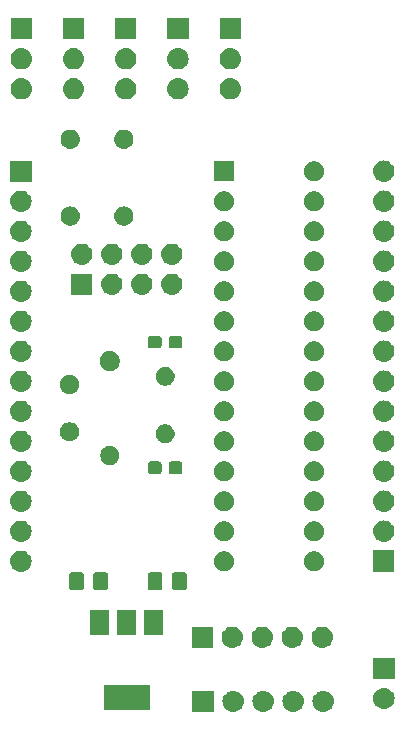
<source format=gbr>
G04 #@! TF.GenerationSoftware,KiCad,Pcbnew,(5.1.4-0-10_14)*
G04 #@! TF.CreationDate,2020-05-04T21:59:13+12:00*
G04 #@! TF.ProjectId,Hand Mesurement Device,48616e64-204d-4657-9375-72656d656e74,rev?*
G04 #@! TF.SameCoordinates,Original*
G04 #@! TF.FileFunction,Soldermask,Bot*
G04 #@! TF.FilePolarity,Negative*
%FSLAX46Y46*%
G04 Gerber Fmt 4.6, Leading zero omitted, Abs format (unit mm)*
G04 Created by KiCad (PCBNEW (5.1.4-0-10_14)) date 2020-05-04 21:59:13*
%MOMM*%
%LPD*%
G04 APERTURE LIST*
%ADD10C,0.100000*%
G04 APERTURE END LIST*
D10*
G36*
X149945443Y-125130519D02*
G01*
X150011627Y-125137037D01*
X150181466Y-125188557D01*
X150337991Y-125272222D01*
X150373729Y-125301552D01*
X150475186Y-125384814D01*
X150558448Y-125486271D01*
X150587778Y-125522009D01*
X150671443Y-125678534D01*
X150722963Y-125848373D01*
X150740359Y-126025000D01*
X150722963Y-126201627D01*
X150671443Y-126371466D01*
X150587778Y-126527991D01*
X150558448Y-126563729D01*
X150475186Y-126665186D01*
X150373729Y-126748448D01*
X150337991Y-126777778D01*
X150181466Y-126861443D01*
X150011627Y-126912963D01*
X149945443Y-126919481D01*
X149879260Y-126926000D01*
X149790740Y-126926000D01*
X149724557Y-126919481D01*
X149658373Y-126912963D01*
X149488534Y-126861443D01*
X149332009Y-126777778D01*
X149296271Y-126748448D01*
X149194814Y-126665186D01*
X149111552Y-126563729D01*
X149082222Y-126527991D01*
X148998557Y-126371466D01*
X148947037Y-126201627D01*
X148929641Y-126025000D01*
X148947037Y-125848373D01*
X148998557Y-125678534D01*
X149082222Y-125522009D01*
X149111552Y-125486271D01*
X149194814Y-125384814D01*
X149296271Y-125301552D01*
X149332009Y-125272222D01*
X149488534Y-125188557D01*
X149658373Y-125137037D01*
X149724557Y-125130519D01*
X149790740Y-125124000D01*
X149879260Y-125124000D01*
X149945443Y-125130519D01*
X149945443Y-125130519D01*
G37*
G36*
X147405443Y-125130519D02*
G01*
X147471627Y-125137037D01*
X147641466Y-125188557D01*
X147797991Y-125272222D01*
X147833729Y-125301552D01*
X147935186Y-125384814D01*
X148018448Y-125486271D01*
X148047778Y-125522009D01*
X148131443Y-125678534D01*
X148182963Y-125848373D01*
X148200359Y-126025000D01*
X148182963Y-126201627D01*
X148131443Y-126371466D01*
X148047778Y-126527991D01*
X148018448Y-126563729D01*
X147935186Y-126665186D01*
X147833729Y-126748448D01*
X147797991Y-126777778D01*
X147641466Y-126861443D01*
X147471627Y-126912963D01*
X147405443Y-126919481D01*
X147339260Y-126926000D01*
X147250740Y-126926000D01*
X147184557Y-126919481D01*
X147118373Y-126912963D01*
X146948534Y-126861443D01*
X146792009Y-126777778D01*
X146756271Y-126748448D01*
X146654814Y-126665186D01*
X146571552Y-126563729D01*
X146542222Y-126527991D01*
X146458557Y-126371466D01*
X146407037Y-126201627D01*
X146389641Y-126025000D01*
X146407037Y-125848373D01*
X146458557Y-125678534D01*
X146542222Y-125522009D01*
X146571552Y-125486271D01*
X146654814Y-125384814D01*
X146756271Y-125301552D01*
X146792009Y-125272222D01*
X146948534Y-125188557D01*
X147118373Y-125137037D01*
X147184557Y-125130519D01*
X147250740Y-125124000D01*
X147339260Y-125124000D01*
X147405443Y-125130519D01*
X147405443Y-125130519D01*
G37*
G36*
X144865443Y-125130519D02*
G01*
X144931627Y-125137037D01*
X145101466Y-125188557D01*
X145257991Y-125272222D01*
X145293729Y-125301552D01*
X145395186Y-125384814D01*
X145478448Y-125486271D01*
X145507778Y-125522009D01*
X145591443Y-125678534D01*
X145642963Y-125848373D01*
X145660359Y-126025000D01*
X145642963Y-126201627D01*
X145591443Y-126371466D01*
X145507778Y-126527991D01*
X145478448Y-126563729D01*
X145395186Y-126665186D01*
X145293729Y-126748448D01*
X145257991Y-126777778D01*
X145101466Y-126861443D01*
X144931627Y-126912963D01*
X144865443Y-126919481D01*
X144799260Y-126926000D01*
X144710740Y-126926000D01*
X144644557Y-126919481D01*
X144578373Y-126912963D01*
X144408534Y-126861443D01*
X144252009Y-126777778D01*
X144216271Y-126748448D01*
X144114814Y-126665186D01*
X144031552Y-126563729D01*
X144002222Y-126527991D01*
X143918557Y-126371466D01*
X143867037Y-126201627D01*
X143849641Y-126025000D01*
X143867037Y-125848373D01*
X143918557Y-125678534D01*
X144002222Y-125522009D01*
X144031552Y-125486271D01*
X144114814Y-125384814D01*
X144216271Y-125301552D01*
X144252009Y-125272222D01*
X144408534Y-125188557D01*
X144578373Y-125137037D01*
X144644557Y-125130519D01*
X144710740Y-125124000D01*
X144799260Y-125124000D01*
X144865443Y-125130519D01*
X144865443Y-125130519D01*
G37*
G36*
X142325443Y-125130519D02*
G01*
X142391627Y-125137037D01*
X142561466Y-125188557D01*
X142717991Y-125272222D01*
X142753729Y-125301552D01*
X142855186Y-125384814D01*
X142938448Y-125486271D01*
X142967778Y-125522009D01*
X143051443Y-125678534D01*
X143102963Y-125848373D01*
X143120359Y-126025000D01*
X143102963Y-126201627D01*
X143051443Y-126371466D01*
X142967778Y-126527991D01*
X142938448Y-126563729D01*
X142855186Y-126665186D01*
X142753729Y-126748448D01*
X142717991Y-126777778D01*
X142561466Y-126861443D01*
X142391627Y-126912963D01*
X142325443Y-126919481D01*
X142259260Y-126926000D01*
X142170740Y-126926000D01*
X142104557Y-126919481D01*
X142038373Y-126912963D01*
X141868534Y-126861443D01*
X141712009Y-126777778D01*
X141676271Y-126748448D01*
X141574814Y-126665186D01*
X141491552Y-126563729D01*
X141462222Y-126527991D01*
X141378557Y-126371466D01*
X141327037Y-126201627D01*
X141309641Y-126025000D01*
X141327037Y-125848373D01*
X141378557Y-125678534D01*
X141462222Y-125522009D01*
X141491552Y-125486271D01*
X141574814Y-125384814D01*
X141676271Y-125301552D01*
X141712009Y-125272222D01*
X141868534Y-125188557D01*
X142038373Y-125137037D01*
X142104557Y-125130519D01*
X142170740Y-125124000D01*
X142259260Y-125124000D01*
X142325443Y-125130519D01*
X142325443Y-125130519D01*
G37*
G36*
X140576000Y-126926000D02*
G01*
X138774000Y-126926000D01*
X138774000Y-125124000D01*
X140576000Y-125124000D01*
X140576000Y-126926000D01*
X140576000Y-126926000D01*
G37*
G36*
X135156000Y-126726000D02*
G01*
X131254000Y-126726000D01*
X131254000Y-124624000D01*
X135156000Y-124624000D01*
X135156000Y-126726000D01*
X135156000Y-126726000D01*
G37*
G36*
X155090442Y-124880518D02*
G01*
X155156627Y-124887037D01*
X155326466Y-124938557D01*
X155482991Y-125022222D01*
X155518729Y-125051552D01*
X155620186Y-125134814D01*
X155703448Y-125236271D01*
X155732778Y-125272009D01*
X155816443Y-125428534D01*
X155867963Y-125598373D01*
X155885359Y-125775000D01*
X155867963Y-125951627D01*
X155816443Y-126121466D01*
X155732778Y-126277991D01*
X155703448Y-126313729D01*
X155620186Y-126415186D01*
X155518729Y-126498448D01*
X155482991Y-126527778D01*
X155326466Y-126611443D01*
X155156627Y-126662963D01*
X155090442Y-126669482D01*
X155024260Y-126676000D01*
X154935740Y-126676000D01*
X154869558Y-126669482D01*
X154803373Y-126662963D01*
X154633534Y-126611443D01*
X154477009Y-126527778D01*
X154441271Y-126498448D01*
X154339814Y-126415186D01*
X154256552Y-126313729D01*
X154227222Y-126277991D01*
X154143557Y-126121466D01*
X154092037Y-125951627D01*
X154074641Y-125775000D01*
X154092037Y-125598373D01*
X154143557Y-125428534D01*
X154227222Y-125272009D01*
X154256552Y-125236271D01*
X154339814Y-125134814D01*
X154441271Y-125051552D01*
X154477009Y-125022222D01*
X154633534Y-124938557D01*
X154803373Y-124887037D01*
X154869558Y-124880518D01*
X154935740Y-124874000D01*
X155024260Y-124874000D01*
X155090442Y-124880518D01*
X155090442Y-124880518D01*
G37*
G36*
X155881000Y-124136000D02*
G01*
X154079000Y-124136000D01*
X154079000Y-122334000D01*
X155881000Y-122334000D01*
X155881000Y-124136000D01*
X155881000Y-124136000D01*
G37*
G36*
X144800443Y-119695519D02*
G01*
X144866627Y-119702037D01*
X145036466Y-119753557D01*
X145192991Y-119837222D01*
X145228729Y-119866552D01*
X145330186Y-119949814D01*
X145413448Y-120051271D01*
X145442778Y-120087009D01*
X145526443Y-120243534D01*
X145577963Y-120413373D01*
X145595359Y-120590000D01*
X145577963Y-120766627D01*
X145526443Y-120936466D01*
X145442778Y-121092991D01*
X145413448Y-121128729D01*
X145330186Y-121230186D01*
X145228729Y-121313448D01*
X145192991Y-121342778D01*
X145036466Y-121426443D01*
X144866627Y-121477963D01*
X144800443Y-121484481D01*
X144734260Y-121491000D01*
X144645740Y-121491000D01*
X144579557Y-121484481D01*
X144513373Y-121477963D01*
X144343534Y-121426443D01*
X144187009Y-121342778D01*
X144151271Y-121313448D01*
X144049814Y-121230186D01*
X143966552Y-121128729D01*
X143937222Y-121092991D01*
X143853557Y-120936466D01*
X143802037Y-120766627D01*
X143784641Y-120590000D01*
X143802037Y-120413373D01*
X143853557Y-120243534D01*
X143937222Y-120087009D01*
X143966552Y-120051271D01*
X144049814Y-119949814D01*
X144151271Y-119866552D01*
X144187009Y-119837222D01*
X144343534Y-119753557D01*
X144513373Y-119702037D01*
X144579557Y-119695519D01*
X144645740Y-119689000D01*
X144734260Y-119689000D01*
X144800443Y-119695519D01*
X144800443Y-119695519D01*
G37*
G36*
X142260443Y-119695519D02*
G01*
X142326627Y-119702037D01*
X142496466Y-119753557D01*
X142652991Y-119837222D01*
X142688729Y-119866552D01*
X142790186Y-119949814D01*
X142873448Y-120051271D01*
X142902778Y-120087009D01*
X142986443Y-120243534D01*
X143037963Y-120413373D01*
X143055359Y-120590000D01*
X143037963Y-120766627D01*
X142986443Y-120936466D01*
X142902778Y-121092991D01*
X142873448Y-121128729D01*
X142790186Y-121230186D01*
X142688729Y-121313448D01*
X142652991Y-121342778D01*
X142496466Y-121426443D01*
X142326627Y-121477963D01*
X142260443Y-121484481D01*
X142194260Y-121491000D01*
X142105740Y-121491000D01*
X142039557Y-121484481D01*
X141973373Y-121477963D01*
X141803534Y-121426443D01*
X141647009Y-121342778D01*
X141611271Y-121313448D01*
X141509814Y-121230186D01*
X141426552Y-121128729D01*
X141397222Y-121092991D01*
X141313557Y-120936466D01*
X141262037Y-120766627D01*
X141244641Y-120590000D01*
X141262037Y-120413373D01*
X141313557Y-120243534D01*
X141397222Y-120087009D01*
X141426552Y-120051271D01*
X141509814Y-119949814D01*
X141611271Y-119866552D01*
X141647009Y-119837222D01*
X141803534Y-119753557D01*
X141973373Y-119702037D01*
X142039557Y-119695519D01*
X142105740Y-119689000D01*
X142194260Y-119689000D01*
X142260443Y-119695519D01*
X142260443Y-119695519D01*
G37*
G36*
X140511000Y-121491000D02*
G01*
X138709000Y-121491000D01*
X138709000Y-119689000D01*
X140511000Y-119689000D01*
X140511000Y-121491000D01*
X140511000Y-121491000D01*
G37*
G36*
X149880443Y-119695519D02*
G01*
X149946627Y-119702037D01*
X150116466Y-119753557D01*
X150272991Y-119837222D01*
X150308729Y-119866552D01*
X150410186Y-119949814D01*
X150493448Y-120051271D01*
X150522778Y-120087009D01*
X150606443Y-120243534D01*
X150657963Y-120413373D01*
X150675359Y-120590000D01*
X150657963Y-120766627D01*
X150606443Y-120936466D01*
X150522778Y-121092991D01*
X150493448Y-121128729D01*
X150410186Y-121230186D01*
X150308729Y-121313448D01*
X150272991Y-121342778D01*
X150116466Y-121426443D01*
X149946627Y-121477963D01*
X149880443Y-121484481D01*
X149814260Y-121491000D01*
X149725740Y-121491000D01*
X149659557Y-121484481D01*
X149593373Y-121477963D01*
X149423534Y-121426443D01*
X149267009Y-121342778D01*
X149231271Y-121313448D01*
X149129814Y-121230186D01*
X149046552Y-121128729D01*
X149017222Y-121092991D01*
X148933557Y-120936466D01*
X148882037Y-120766627D01*
X148864641Y-120590000D01*
X148882037Y-120413373D01*
X148933557Y-120243534D01*
X149017222Y-120087009D01*
X149046552Y-120051271D01*
X149129814Y-119949814D01*
X149231271Y-119866552D01*
X149267009Y-119837222D01*
X149423534Y-119753557D01*
X149593373Y-119702037D01*
X149659557Y-119695519D01*
X149725740Y-119689000D01*
X149814260Y-119689000D01*
X149880443Y-119695519D01*
X149880443Y-119695519D01*
G37*
G36*
X147340443Y-119695519D02*
G01*
X147406627Y-119702037D01*
X147576466Y-119753557D01*
X147732991Y-119837222D01*
X147768729Y-119866552D01*
X147870186Y-119949814D01*
X147953448Y-120051271D01*
X147982778Y-120087009D01*
X148066443Y-120243534D01*
X148117963Y-120413373D01*
X148135359Y-120590000D01*
X148117963Y-120766627D01*
X148066443Y-120936466D01*
X147982778Y-121092991D01*
X147953448Y-121128729D01*
X147870186Y-121230186D01*
X147768729Y-121313448D01*
X147732991Y-121342778D01*
X147576466Y-121426443D01*
X147406627Y-121477963D01*
X147340443Y-121484481D01*
X147274260Y-121491000D01*
X147185740Y-121491000D01*
X147119557Y-121484481D01*
X147053373Y-121477963D01*
X146883534Y-121426443D01*
X146727009Y-121342778D01*
X146691271Y-121313448D01*
X146589814Y-121230186D01*
X146506552Y-121128729D01*
X146477222Y-121092991D01*
X146393557Y-120936466D01*
X146342037Y-120766627D01*
X146324641Y-120590000D01*
X146342037Y-120413373D01*
X146393557Y-120243534D01*
X146477222Y-120087009D01*
X146506552Y-120051271D01*
X146589814Y-119949814D01*
X146691271Y-119866552D01*
X146727009Y-119837222D01*
X146883534Y-119753557D01*
X147053373Y-119702037D01*
X147119557Y-119695519D01*
X147185740Y-119689000D01*
X147274260Y-119689000D01*
X147340443Y-119695519D01*
X147340443Y-119695519D01*
G37*
G36*
X131706000Y-120426000D02*
G01*
X130104000Y-120426000D01*
X130104000Y-118324000D01*
X131706000Y-118324000D01*
X131706000Y-120426000D01*
X131706000Y-120426000D01*
G37*
G36*
X136306000Y-120426000D02*
G01*
X134704000Y-120426000D01*
X134704000Y-118324000D01*
X136306000Y-118324000D01*
X136306000Y-120426000D01*
X136306000Y-120426000D01*
G37*
G36*
X134006000Y-120426000D02*
G01*
X132404000Y-120426000D01*
X132404000Y-118324000D01*
X134006000Y-118324000D01*
X134006000Y-120426000D01*
X134006000Y-120426000D01*
G37*
G36*
X138118675Y-115103465D02*
G01*
X138156368Y-115114899D01*
X138191104Y-115133466D01*
X138221549Y-115158452D01*
X138246535Y-115188897D01*
X138265102Y-115223633D01*
X138276536Y-115261326D01*
X138281001Y-115306661D01*
X138281001Y-116393339D01*
X138276536Y-116438674D01*
X138265102Y-116476367D01*
X138246535Y-116511103D01*
X138221549Y-116541548D01*
X138191104Y-116566534D01*
X138156368Y-116585101D01*
X138118675Y-116596535D01*
X138073340Y-116601000D01*
X137236662Y-116601000D01*
X137191327Y-116596535D01*
X137153634Y-116585101D01*
X137118898Y-116566534D01*
X137088453Y-116541548D01*
X137063467Y-116511103D01*
X137044900Y-116476367D01*
X137033466Y-116438674D01*
X137029001Y-116393339D01*
X137029001Y-115306661D01*
X137033466Y-115261326D01*
X137044900Y-115223633D01*
X137063467Y-115188897D01*
X137088453Y-115158452D01*
X137118898Y-115133466D01*
X137153634Y-115114899D01*
X137191327Y-115103465D01*
X137236662Y-115099000D01*
X138073340Y-115099000D01*
X138118675Y-115103465D01*
X138118675Y-115103465D01*
G37*
G36*
X136068675Y-115103465D02*
G01*
X136106368Y-115114899D01*
X136141104Y-115133466D01*
X136171549Y-115158452D01*
X136196535Y-115188897D01*
X136215102Y-115223633D01*
X136226536Y-115261326D01*
X136231001Y-115306661D01*
X136231001Y-116393339D01*
X136226536Y-116438674D01*
X136215102Y-116476367D01*
X136196535Y-116511103D01*
X136171549Y-116541548D01*
X136141104Y-116566534D01*
X136106368Y-116585101D01*
X136068675Y-116596535D01*
X136023340Y-116601000D01*
X135186662Y-116601000D01*
X135141327Y-116596535D01*
X135103634Y-116585101D01*
X135068898Y-116566534D01*
X135038453Y-116541548D01*
X135013467Y-116511103D01*
X134994900Y-116476367D01*
X134983466Y-116438674D01*
X134979001Y-116393339D01*
X134979001Y-115306661D01*
X134983466Y-115261326D01*
X134994900Y-115223633D01*
X135013467Y-115188897D01*
X135038453Y-115158452D01*
X135068898Y-115133466D01*
X135103634Y-115114899D01*
X135141327Y-115103465D01*
X135186662Y-115099000D01*
X136023340Y-115099000D01*
X136068675Y-115103465D01*
X136068675Y-115103465D01*
G37*
G36*
X129418673Y-115103465D02*
G01*
X129456366Y-115114899D01*
X129491102Y-115133466D01*
X129521547Y-115158452D01*
X129546533Y-115188897D01*
X129565100Y-115223633D01*
X129576534Y-115261326D01*
X129580999Y-115306661D01*
X129580999Y-116393339D01*
X129576534Y-116438674D01*
X129565100Y-116476367D01*
X129546533Y-116511103D01*
X129521547Y-116541548D01*
X129491102Y-116566534D01*
X129456366Y-116585101D01*
X129418673Y-116596535D01*
X129373338Y-116601000D01*
X128536660Y-116601000D01*
X128491325Y-116596535D01*
X128453632Y-116585101D01*
X128418896Y-116566534D01*
X128388451Y-116541548D01*
X128363465Y-116511103D01*
X128344898Y-116476367D01*
X128333464Y-116438674D01*
X128328999Y-116393339D01*
X128328999Y-115306661D01*
X128333464Y-115261326D01*
X128344898Y-115223633D01*
X128363465Y-115188897D01*
X128388451Y-115158452D01*
X128418896Y-115133466D01*
X128453632Y-115114899D01*
X128491325Y-115103465D01*
X128536660Y-115099000D01*
X129373338Y-115099000D01*
X129418673Y-115103465D01*
X129418673Y-115103465D01*
G37*
G36*
X131468673Y-115103465D02*
G01*
X131506366Y-115114899D01*
X131541102Y-115133466D01*
X131571547Y-115158452D01*
X131596533Y-115188897D01*
X131615100Y-115223633D01*
X131626534Y-115261326D01*
X131630999Y-115306661D01*
X131630999Y-116393339D01*
X131626534Y-116438674D01*
X131615100Y-116476367D01*
X131596533Y-116511103D01*
X131571547Y-116541548D01*
X131541102Y-116566534D01*
X131506366Y-116585101D01*
X131468673Y-116596535D01*
X131423338Y-116601000D01*
X130586660Y-116601000D01*
X130541325Y-116596535D01*
X130503632Y-116585101D01*
X130468896Y-116566534D01*
X130438451Y-116541548D01*
X130413465Y-116511103D01*
X130394898Y-116476367D01*
X130383464Y-116438674D01*
X130378999Y-116393339D01*
X130378999Y-115306661D01*
X130383464Y-115261326D01*
X130394898Y-115223633D01*
X130413465Y-115188897D01*
X130438451Y-115158452D01*
X130468896Y-115133466D01*
X130503632Y-115114899D01*
X130541325Y-115103465D01*
X130586660Y-115099000D01*
X131423338Y-115099000D01*
X131468673Y-115103465D01*
X131468673Y-115103465D01*
G37*
G36*
X124360443Y-113275519D02*
G01*
X124426627Y-113282037D01*
X124596466Y-113333557D01*
X124752991Y-113417222D01*
X124788729Y-113446552D01*
X124890186Y-113529814D01*
X124970369Y-113627519D01*
X125002778Y-113667009D01*
X125086443Y-113823534D01*
X125137963Y-113993373D01*
X125155359Y-114170000D01*
X125137963Y-114346627D01*
X125086443Y-114516466D01*
X125002778Y-114672991D01*
X124973448Y-114708729D01*
X124890186Y-114810186D01*
X124788729Y-114893448D01*
X124752991Y-114922778D01*
X124596466Y-115006443D01*
X124426627Y-115057963D01*
X124360443Y-115064481D01*
X124294260Y-115071000D01*
X124205740Y-115071000D01*
X124139557Y-115064481D01*
X124073373Y-115057963D01*
X123903534Y-115006443D01*
X123747009Y-114922778D01*
X123711271Y-114893448D01*
X123609814Y-114810186D01*
X123526552Y-114708729D01*
X123497222Y-114672991D01*
X123413557Y-114516466D01*
X123362037Y-114346627D01*
X123344641Y-114170000D01*
X123362037Y-113993373D01*
X123413557Y-113823534D01*
X123497222Y-113667009D01*
X123529631Y-113627519D01*
X123609814Y-113529814D01*
X123711271Y-113446552D01*
X123747009Y-113417222D01*
X123903534Y-113333557D01*
X124073373Y-113282037D01*
X124139557Y-113275519D01*
X124205740Y-113269000D01*
X124294260Y-113269000D01*
X124360443Y-113275519D01*
X124360443Y-113275519D01*
G37*
G36*
X155871000Y-115051000D02*
G01*
X154069000Y-115051000D01*
X154069000Y-113249000D01*
X155871000Y-113249000D01*
X155871000Y-115051000D01*
X155871000Y-115051000D01*
G37*
G36*
X141698228Y-113351703D02*
G01*
X141853100Y-113415853D01*
X141992481Y-113508985D01*
X142111015Y-113627519D01*
X142204147Y-113766900D01*
X142268297Y-113921772D01*
X142301000Y-114086184D01*
X142301000Y-114253816D01*
X142268297Y-114418228D01*
X142204147Y-114573100D01*
X142111015Y-114712481D01*
X141992481Y-114831015D01*
X141853100Y-114924147D01*
X141698228Y-114988297D01*
X141533816Y-115021000D01*
X141366184Y-115021000D01*
X141201772Y-114988297D01*
X141046900Y-114924147D01*
X140907519Y-114831015D01*
X140788985Y-114712481D01*
X140695853Y-114573100D01*
X140631703Y-114418228D01*
X140599000Y-114253816D01*
X140599000Y-114086184D01*
X140631703Y-113921772D01*
X140695853Y-113766900D01*
X140788985Y-113627519D01*
X140907519Y-113508985D01*
X141046900Y-113415853D01*
X141201772Y-113351703D01*
X141366184Y-113319000D01*
X141533816Y-113319000D01*
X141698228Y-113351703D01*
X141698228Y-113351703D01*
G37*
G36*
X149318228Y-113351703D02*
G01*
X149473100Y-113415853D01*
X149612481Y-113508985D01*
X149731015Y-113627519D01*
X149824147Y-113766900D01*
X149888297Y-113921772D01*
X149921000Y-114086184D01*
X149921000Y-114253816D01*
X149888297Y-114418228D01*
X149824147Y-114573100D01*
X149731015Y-114712481D01*
X149612481Y-114831015D01*
X149473100Y-114924147D01*
X149318228Y-114988297D01*
X149153816Y-115021000D01*
X148986184Y-115021000D01*
X148821772Y-114988297D01*
X148666900Y-114924147D01*
X148527519Y-114831015D01*
X148408985Y-114712481D01*
X148315853Y-114573100D01*
X148251703Y-114418228D01*
X148219000Y-114253816D01*
X148219000Y-114086184D01*
X148251703Y-113921772D01*
X148315853Y-113766900D01*
X148408985Y-113627519D01*
X148527519Y-113508985D01*
X148666900Y-113415853D01*
X148821772Y-113351703D01*
X148986184Y-113319000D01*
X149153816Y-113319000D01*
X149318228Y-113351703D01*
X149318228Y-113351703D01*
G37*
G36*
X124360443Y-110735519D02*
G01*
X124426627Y-110742037D01*
X124596466Y-110793557D01*
X124752991Y-110877222D01*
X124788729Y-110906552D01*
X124890186Y-110989814D01*
X124970369Y-111087519D01*
X125002778Y-111127009D01*
X125086443Y-111283534D01*
X125137963Y-111453373D01*
X125155359Y-111630000D01*
X125137963Y-111806627D01*
X125086443Y-111976466D01*
X125002778Y-112132991D01*
X124973448Y-112168729D01*
X124890186Y-112270186D01*
X124788729Y-112353448D01*
X124752991Y-112382778D01*
X124596466Y-112466443D01*
X124426627Y-112517963D01*
X124360443Y-112524481D01*
X124294260Y-112531000D01*
X124205740Y-112531000D01*
X124139557Y-112524481D01*
X124073373Y-112517963D01*
X123903534Y-112466443D01*
X123747009Y-112382778D01*
X123711271Y-112353448D01*
X123609814Y-112270186D01*
X123526552Y-112168729D01*
X123497222Y-112132991D01*
X123413557Y-111976466D01*
X123362037Y-111806627D01*
X123344641Y-111630000D01*
X123362037Y-111453373D01*
X123413557Y-111283534D01*
X123497222Y-111127009D01*
X123529631Y-111087519D01*
X123609814Y-110989814D01*
X123711271Y-110906552D01*
X123747009Y-110877222D01*
X123903534Y-110793557D01*
X124073373Y-110742037D01*
X124139557Y-110735519D01*
X124205740Y-110729000D01*
X124294260Y-110729000D01*
X124360443Y-110735519D01*
X124360443Y-110735519D01*
G37*
G36*
X155080443Y-110715519D02*
G01*
X155146627Y-110722037D01*
X155316466Y-110773557D01*
X155472991Y-110857222D01*
X155497361Y-110877222D01*
X155610186Y-110969814D01*
X155693448Y-111071271D01*
X155722778Y-111107009D01*
X155806443Y-111263534D01*
X155857963Y-111433373D01*
X155875359Y-111610000D01*
X155857963Y-111786627D01*
X155806443Y-111956466D01*
X155722778Y-112112991D01*
X155706366Y-112132989D01*
X155610186Y-112250186D01*
X155508729Y-112333448D01*
X155472991Y-112362778D01*
X155316466Y-112446443D01*
X155146627Y-112497963D01*
X155080443Y-112504481D01*
X155014260Y-112511000D01*
X154925740Y-112511000D01*
X154859557Y-112504481D01*
X154793373Y-112497963D01*
X154623534Y-112446443D01*
X154467009Y-112362778D01*
X154431271Y-112333448D01*
X154329814Y-112250186D01*
X154233634Y-112132989D01*
X154217222Y-112112991D01*
X154133557Y-111956466D01*
X154082037Y-111786627D01*
X154064641Y-111610000D01*
X154082037Y-111433373D01*
X154133557Y-111263534D01*
X154217222Y-111107009D01*
X154246552Y-111071271D01*
X154329814Y-110969814D01*
X154442639Y-110877222D01*
X154467009Y-110857222D01*
X154623534Y-110773557D01*
X154793373Y-110722037D01*
X154859557Y-110715519D01*
X154925740Y-110709000D01*
X155014260Y-110709000D01*
X155080443Y-110715519D01*
X155080443Y-110715519D01*
G37*
G36*
X141698228Y-110811703D02*
G01*
X141853100Y-110875853D01*
X141992481Y-110968985D01*
X142111015Y-111087519D01*
X142204147Y-111226900D01*
X142268297Y-111381772D01*
X142301000Y-111546184D01*
X142301000Y-111713816D01*
X142268297Y-111878228D01*
X142204147Y-112033100D01*
X142111015Y-112172481D01*
X141992481Y-112291015D01*
X141853100Y-112384147D01*
X141698228Y-112448297D01*
X141533816Y-112481000D01*
X141366184Y-112481000D01*
X141201772Y-112448297D01*
X141046900Y-112384147D01*
X140907519Y-112291015D01*
X140788985Y-112172481D01*
X140695853Y-112033100D01*
X140631703Y-111878228D01*
X140599000Y-111713816D01*
X140599000Y-111546184D01*
X140631703Y-111381772D01*
X140695853Y-111226900D01*
X140788985Y-111087519D01*
X140907519Y-110968985D01*
X141046900Y-110875853D01*
X141201772Y-110811703D01*
X141366184Y-110779000D01*
X141533816Y-110779000D01*
X141698228Y-110811703D01*
X141698228Y-110811703D01*
G37*
G36*
X149318228Y-110811703D02*
G01*
X149473100Y-110875853D01*
X149612481Y-110968985D01*
X149731015Y-111087519D01*
X149824147Y-111226900D01*
X149888297Y-111381772D01*
X149921000Y-111546184D01*
X149921000Y-111713816D01*
X149888297Y-111878228D01*
X149824147Y-112033100D01*
X149731015Y-112172481D01*
X149612481Y-112291015D01*
X149473100Y-112384147D01*
X149318228Y-112448297D01*
X149153816Y-112481000D01*
X148986184Y-112481000D01*
X148821772Y-112448297D01*
X148666900Y-112384147D01*
X148527519Y-112291015D01*
X148408985Y-112172481D01*
X148315853Y-112033100D01*
X148251703Y-111878228D01*
X148219000Y-111713816D01*
X148219000Y-111546184D01*
X148251703Y-111381772D01*
X148315853Y-111226900D01*
X148408985Y-111087519D01*
X148527519Y-110968985D01*
X148666900Y-110875853D01*
X148821772Y-110811703D01*
X148986184Y-110779000D01*
X149153816Y-110779000D01*
X149318228Y-110811703D01*
X149318228Y-110811703D01*
G37*
G36*
X124360443Y-108195519D02*
G01*
X124426627Y-108202037D01*
X124596466Y-108253557D01*
X124752991Y-108337222D01*
X124788729Y-108366552D01*
X124890186Y-108449814D01*
X124970369Y-108547519D01*
X125002778Y-108587009D01*
X125086443Y-108743534D01*
X125137963Y-108913373D01*
X125155359Y-109090000D01*
X125137963Y-109266627D01*
X125086443Y-109436466D01*
X125002778Y-109592991D01*
X124973448Y-109628729D01*
X124890186Y-109730186D01*
X124788729Y-109813448D01*
X124752991Y-109842778D01*
X124596466Y-109926443D01*
X124426627Y-109977963D01*
X124360443Y-109984481D01*
X124294260Y-109991000D01*
X124205740Y-109991000D01*
X124139557Y-109984481D01*
X124073373Y-109977963D01*
X123903534Y-109926443D01*
X123747009Y-109842778D01*
X123711271Y-109813448D01*
X123609814Y-109730186D01*
X123526552Y-109628729D01*
X123497222Y-109592991D01*
X123413557Y-109436466D01*
X123362037Y-109266627D01*
X123344641Y-109090000D01*
X123362037Y-108913373D01*
X123413557Y-108743534D01*
X123497222Y-108587009D01*
X123529631Y-108547519D01*
X123609814Y-108449814D01*
X123711271Y-108366552D01*
X123747009Y-108337222D01*
X123903534Y-108253557D01*
X124073373Y-108202037D01*
X124139557Y-108195519D01*
X124205740Y-108189000D01*
X124294260Y-108189000D01*
X124360443Y-108195519D01*
X124360443Y-108195519D01*
G37*
G36*
X155080442Y-108175518D02*
G01*
X155146627Y-108182037D01*
X155316466Y-108233557D01*
X155472991Y-108317222D01*
X155497361Y-108337222D01*
X155610186Y-108429814D01*
X155693448Y-108531271D01*
X155722778Y-108567009D01*
X155806443Y-108723534D01*
X155857963Y-108893373D01*
X155875359Y-109070000D01*
X155857963Y-109246627D01*
X155806443Y-109416466D01*
X155722778Y-109572991D01*
X155706366Y-109592989D01*
X155610186Y-109710186D01*
X155508729Y-109793448D01*
X155472991Y-109822778D01*
X155316466Y-109906443D01*
X155146627Y-109957963D01*
X155080443Y-109964481D01*
X155014260Y-109971000D01*
X154925740Y-109971000D01*
X154859557Y-109964481D01*
X154793373Y-109957963D01*
X154623534Y-109906443D01*
X154467009Y-109822778D01*
X154431271Y-109793448D01*
X154329814Y-109710186D01*
X154233634Y-109592989D01*
X154217222Y-109572991D01*
X154133557Y-109416466D01*
X154082037Y-109246627D01*
X154064641Y-109070000D01*
X154082037Y-108893373D01*
X154133557Y-108723534D01*
X154217222Y-108567009D01*
X154246552Y-108531271D01*
X154329814Y-108429814D01*
X154442639Y-108337222D01*
X154467009Y-108317222D01*
X154623534Y-108233557D01*
X154793373Y-108182037D01*
X154859558Y-108175518D01*
X154925740Y-108169000D01*
X155014260Y-108169000D01*
X155080442Y-108175518D01*
X155080442Y-108175518D01*
G37*
G36*
X149318228Y-108271703D02*
G01*
X149473100Y-108335853D01*
X149612481Y-108428985D01*
X149731015Y-108547519D01*
X149824147Y-108686900D01*
X149888297Y-108841772D01*
X149921000Y-109006184D01*
X149921000Y-109173816D01*
X149888297Y-109338228D01*
X149824147Y-109493100D01*
X149731015Y-109632481D01*
X149612481Y-109751015D01*
X149473100Y-109844147D01*
X149318228Y-109908297D01*
X149153816Y-109941000D01*
X148986184Y-109941000D01*
X148821772Y-109908297D01*
X148666900Y-109844147D01*
X148527519Y-109751015D01*
X148408985Y-109632481D01*
X148315853Y-109493100D01*
X148251703Y-109338228D01*
X148219000Y-109173816D01*
X148219000Y-109006184D01*
X148251703Y-108841772D01*
X148315853Y-108686900D01*
X148408985Y-108547519D01*
X148527519Y-108428985D01*
X148666900Y-108335853D01*
X148821772Y-108271703D01*
X148986184Y-108239000D01*
X149153816Y-108239000D01*
X149318228Y-108271703D01*
X149318228Y-108271703D01*
G37*
G36*
X141698228Y-108271703D02*
G01*
X141853100Y-108335853D01*
X141992481Y-108428985D01*
X142111015Y-108547519D01*
X142204147Y-108686900D01*
X142268297Y-108841772D01*
X142301000Y-109006184D01*
X142301000Y-109173816D01*
X142268297Y-109338228D01*
X142204147Y-109493100D01*
X142111015Y-109632481D01*
X141992481Y-109751015D01*
X141853100Y-109844147D01*
X141698228Y-109908297D01*
X141533816Y-109941000D01*
X141366184Y-109941000D01*
X141201772Y-109908297D01*
X141046900Y-109844147D01*
X140907519Y-109751015D01*
X140788985Y-109632481D01*
X140695853Y-109493100D01*
X140631703Y-109338228D01*
X140599000Y-109173816D01*
X140599000Y-109006184D01*
X140631703Y-108841772D01*
X140695853Y-108686900D01*
X140788985Y-108547519D01*
X140907519Y-108428985D01*
X141046900Y-108335853D01*
X141201772Y-108271703D01*
X141366184Y-108239000D01*
X141533816Y-108239000D01*
X141698228Y-108271703D01*
X141698228Y-108271703D01*
G37*
G36*
X124360443Y-105655519D02*
G01*
X124426627Y-105662037D01*
X124596466Y-105713557D01*
X124752991Y-105797222D01*
X124788729Y-105826552D01*
X124890186Y-105909814D01*
X124945323Y-105977000D01*
X125002778Y-106047009D01*
X125086443Y-106203534D01*
X125137963Y-106373373D01*
X125155359Y-106550000D01*
X125137963Y-106726627D01*
X125086443Y-106896466D01*
X125002778Y-107052991D01*
X124973448Y-107088729D01*
X124890186Y-107190186D01*
X124788729Y-107273448D01*
X124752991Y-107302778D01*
X124596466Y-107386443D01*
X124426627Y-107437963D01*
X124360443Y-107444481D01*
X124294260Y-107451000D01*
X124205740Y-107451000D01*
X124139557Y-107444481D01*
X124073373Y-107437963D01*
X123903534Y-107386443D01*
X123747009Y-107302778D01*
X123711271Y-107273448D01*
X123609814Y-107190186D01*
X123526552Y-107088729D01*
X123497222Y-107052991D01*
X123413557Y-106896466D01*
X123362037Y-106726627D01*
X123344641Y-106550000D01*
X123362037Y-106373373D01*
X123413557Y-106203534D01*
X123497222Y-106047009D01*
X123554677Y-105977000D01*
X123609814Y-105909814D01*
X123711271Y-105826552D01*
X123747009Y-105797222D01*
X123903534Y-105713557D01*
X124073373Y-105662037D01*
X124139557Y-105655519D01*
X124205740Y-105649000D01*
X124294260Y-105649000D01*
X124360443Y-105655519D01*
X124360443Y-105655519D01*
G37*
G36*
X155080442Y-105635518D02*
G01*
X155146627Y-105642037D01*
X155316466Y-105693557D01*
X155472991Y-105777222D01*
X155497361Y-105797222D01*
X155610186Y-105889814D01*
X155685641Y-105981758D01*
X155722778Y-106027009D01*
X155806443Y-106183534D01*
X155857963Y-106353373D01*
X155875359Y-106530000D01*
X155857963Y-106706627D01*
X155806443Y-106876466D01*
X155722778Y-107032991D01*
X155706366Y-107052989D01*
X155610186Y-107170186D01*
X155508729Y-107253448D01*
X155472991Y-107282778D01*
X155316466Y-107366443D01*
X155146627Y-107417963D01*
X155080442Y-107424482D01*
X155014260Y-107431000D01*
X154925740Y-107431000D01*
X154859558Y-107424482D01*
X154793373Y-107417963D01*
X154623534Y-107366443D01*
X154467009Y-107282778D01*
X154431271Y-107253448D01*
X154329814Y-107170186D01*
X154233634Y-107052989D01*
X154217222Y-107032991D01*
X154133557Y-106876466D01*
X154082037Y-106706627D01*
X154064641Y-106530000D01*
X154082037Y-106353373D01*
X154133557Y-106183534D01*
X154217222Y-106027009D01*
X154254359Y-105981758D01*
X154329814Y-105889814D01*
X154442639Y-105797222D01*
X154467009Y-105777222D01*
X154623534Y-105693557D01*
X154793373Y-105642037D01*
X154859558Y-105635518D01*
X154925740Y-105629000D01*
X155014260Y-105629000D01*
X155080442Y-105635518D01*
X155080442Y-105635518D01*
G37*
G36*
X149318228Y-105731703D02*
G01*
X149473100Y-105795853D01*
X149612481Y-105888985D01*
X149731015Y-106007519D01*
X149824147Y-106146900D01*
X149888297Y-106301772D01*
X149921000Y-106466184D01*
X149921000Y-106633816D01*
X149888297Y-106798228D01*
X149824147Y-106953100D01*
X149731015Y-107092481D01*
X149612481Y-107211015D01*
X149473100Y-107304147D01*
X149318228Y-107368297D01*
X149153816Y-107401000D01*
X148986184Y-107401000D01*
X148821772Y-107368297D01*
X148666900Y-107304147D01*
X148527519Y-107211015D01*
X148408985Y-107092481D01*
X148315853Y-106953100D01*
X148251703Y-106798228D01*
X148219000Y-106633816D01*
X148219000Y-106466184D01*
X148251703Y-106301772D01*
X148315853Y-106146900D01*
X148408985Y-106007519D01*
X148527519Y-105888985D01*
X148666900Y-105795853D01*
X148821772Y-105731703D01*
X148986184Y-105699000D01*
X149153816Y-105699000D01*
X149318228Y-105731703D01*
X149318228Y-105731703D01*
G37*
G36*
X141698228Y-105731703D02*
G01*
X141853100Y-105795853D01*
X141992481Y-105888985D01*
X142111015Y-106007519D01*
X142204147Y-106146900D01*
X142268297Y-106301772D01*
X142301000Y-106466184D01*
X142301000Y-106633816D01*
X142268297Y-106798228D01*
X142204147Y-106953100D01*
X142111015Y-107092481D01*
X141992481Y-107211015D01*
X141853100Y-107304147D01*
X141698228Y-107368297D01*
X141533816Y-107401000D01*
X141366184Y-107401000D01*
X141201772Y-107368297D01*
X141046900Y-107304147D01*
X140907519Y-107211015D01*
X140788985Y-107092481D01*
X140695853Y-106953100D01*
X140631703Y-106798228D01*
X140599000Y-106633816D01*
X140599000Y-106466184D01*
X140631703Y-106301772D01*
X140695853Y-106146900D01*
X140788985Y-106007519D01*
X140907519Y-105888985D01*
X141046900Y-105795853D01*
X141201772Y-105731703D01*
X141366184Y-105699000D01*
X141533816Y-105699000D01*
X141698228Y-105731703D01*
X141698228Y-105731703D01*
G37*
G36*
X137742832Y-105718445D02*
G01*
X137780328Y-105729820D01*
X137814887Y-105748292D01*
X137845180Y-105773153D01*
X137870041Y-105803446D01*
X137888513Y-105838005D01*
X137899888Y-105875501D01*
X137904333Y-105920638D01*
X137904333Y-106559362D01*
X137899888Y-106604499D01*
X137888513Y-106641995D01*
X137870041Y-106676554D01*
X137845180Y-106706847D01*
X137814887Y-106731708D01*
X137780328Y-106750180D01*
X137742832Y-106761555D01*
X137697695Y-106766000D01*
X136958971Y-106766000D01*
X136913834Y-106761555D01*
X136876338Y-106750180D01*
X136841779Y-106731708D01*
X136811486Y-106706847D01*
X136786625Y-106676554D01*
X136768153Y-106641995D01*
X136756778Y-106604499D01*
X136752333Y-106559362D01*
X136752333Y-105920638D01*
X136756778Y-105875501D01*
X136768153Y-105838005D01*
X136786625Y-105803446D01*
X136811486Y-105773153D01*
X136841779Y-105748292D01*
X136876338Y-105729820D01*
X136913834Y-105718445D01*
X136958971Y-105714000D01*
X137697695Y-105714000D01*
X137742832Y-105718445D01*
X137742832Y-105718445D01*
G37*
G36*
X135992832Y-105718445D02*
G01*
X136030328Y-105729820D01*
X136064887Y-105748292D01*
X136095180Y-105773153D01*
X136120041Y-105803446D01*
X136138513Y-105838005D01*
X136149888Y-105875501D01*
X136154333Y-105920638D01*
X136154333Y-106559362D01*
X136149888Y-106604499D01*
X136138513Y-106641995D01*
X136120041Y-106676554D01*
X136095180Y-106706847D01*
X136064887Y-106731708D01*
X136030328Y-106750180D01*
X135992832Y-106761555D01*
X135947695Y-106766000D01*
X135208971Y-106766000D01*
X135163834Y-106761555D01*
X135126338Y-106750180D01*
X135091779Y-106731708D01*
X135061486Y-106706847D01*
X135036625Y-106676554D01*
X135018153Y-106641995D01*
X135006778Y-106604499D01*
X135002333Y-106559362D01*
X135002333Y-105920638D01*
X135006778Y-105875501D01*
X135018153Y-105838005D01*
X135036625Y-105803446D01*
X135061486Y-105773153D01*
X135091779Y-105748292D01*
X135126338Y-105729820D01*
X135163834Y-105718445D01*
X135208971Y-105714000D01*
X135947695Y-105714000D01*
X135992832Y-105718445D01*
X135992832Y-105718445D01*
G37*
G36*
X132006058Y-104418242D02*
G01*
X132154017Y-104479529D01*
X132287171Y-104568499D01*
X132400417Y-104681745D01*
X132489387Y-104814899D01*
X132550674Y-104962858D01*
X132581916Y-105119925D01*
X132581916Y-105280075D01*
X132550674Y-105437142D01*
X132489387Y-105585101D01*
X132400417Y-105718255D01*
X132287171Y-105831501D01*
X132154017Y-105920471D01*
X132006058Y-105981758D01*
X131848991Y-106013000D01*
X131688841Y-106013000D01*
X131531774Y-105981758D01*
X131383815Y-105920471D01*
X131250661Y-105831501D01*
X131137415Y-105718255D01*
X131048445Y-105585101D01*
X130987158Y-105437142D01*
X130955916Y-105280075D01*
X130955916Y-105119925D01*
X130987158Y-104962858D01*
X131048445Y-104814899D01*
X131137415Y-104681745D01*
X131250661Y-104568499D01*
X131383815Y-104479529D01*
X131531774Y-104418242D01*
X131688841Y-104387000D01*
X131848991Y-104387000D01*
X132006058Y-104418242D01*
X132006058Y-104418242D01*
G37*
G36*
X124360443Y-103115519D02*
G01*
X124426627Y-103122037D01*
X124596466Y-103173557D01*
X124752991Y-103257222D01*
X124780836Y-103280074D01*
X124890186Y-103369814D01*
X124955083Y-103448893D01*
X125002778Y-103507009D01*
X125086443Y-103663534D01*
X125137963Y-103833373D01*
X125155359Y-104010000D01*
X125137963Y-104186627D01*
X125086443Y-104356466D01*
X125002778Y-104512991D01*
X124973448Y-104548729D01*
X124890186Y-104650186D01*
X124788729Y-104733448D01*
X124752991Y-104762778D01*
X124596466Y-104846443D01*
X124426627Y-104897963D01*
X124360442Y-104904482D01*
X124294260Y-104911000D01*
X124205740Y-104911000D01*
X124139558Y-104904482D01*
X124073373Y-104897963D01*
X123903534Y-104846443D01*
X123747009Y-104762778D01*
X123711271Y-104733448D01*
X123609814Y-104650186D01*
X123526552Y-104548729D01*
X123497222Y-104512991D01*
X123413557Y-104356466D01*
X123362037Y-104186627D01*
X123344641Y-104010000D01*
X123362037Y-103833373D01*
X123413557Y-103663534D01*
X123497222Y-103507009D01*
X123544917Y-103448893D01*
X123609814Y-103369814D01*
X123719164Y-103280074D01*
X123747009Y-103257222D01*
X123903534Y-103173557D01*
X124073373Y-103122037D01*
X124139557Y-103115519D01*
X124205740Y-103109000D01*
X124294260Y-103109000D01*
X124360443Y-103115519D01*
X124360443Y-103115519D01*
G37*
G36*
X155080443Y-103095519D02*
G01*
X155146627Y-103102037D01*
X155316466Y-103153557D01*
X155472991Y-103237222D01*
X155497361Y-103257222D01*
X155610186Y-103349814D01*
X155681853Y-103437142D01*
X155722778Y-103487009D01*
X155806443Y-103643534D01*
X155857963Y-103813373D01*
X155875359Y-103990000D01*
X155857963Y-104166627D01*
X155806443Y-104336466D01*
X155722778Y-104492991D01*
X155706366Y-104512989D01*
X155610186Y-104630186D01*
X155508729Y-104713448D01*
X155472991Y-104742778D01*
X155316466Y-104826443D01*
X155146627Y-104877963D01*
X155080443Y-104884481D01*
X155014260Y-104891000D01*
X154925740Y-104891000D01*
X154859557Y-104884481D01*
X154793373Y-104877963D01*
X154623534Y-104826443D01*
X154467009Y-104742778D01*
X154431271Y-104713448D01*
X154329814Y-104630186D01*
X154233634Y-104512989D01*
X154217222Y-104492991D01*
X154133557Y-104336466D01*
X154082037Y-104166627D01*
X154064641Y-103990000D01*
X154082037Y-103813373D01*
X154133557Y-103643534D01*
X154217222Y-103487009D01*
X154258147Y-103437142D01*
X154329814Y-103349814D01*
X154442639Y-103257222D01*
X154467009Y-103237222D01*
X154623534Y-103153557D01*
X154793373Y-103102037D01*
X154859557Y-103095519D01*
X154925740Y-103089000D01*
X155014260Y-103089000D01*
X155080443Y-103095519D01*
X155080443Y-103095519D01*
G37*
G36*
X149318228Y-103191703D02*
G01*
X149473100Y-103255853D01*
X149612481Y-103348985D01*
X149731015Y-103467519D01*
X149824147Y-103606900D01*
X149888297Y-103761772D01*
X149921000Y-103926184D01*
X149921000Y-104093816D01*
X149888297Y-104258228D01*
X149824147Y-104413100D01*
X149731015Y-104552481D01*
X149612481Y-104671015D01*
X149473100Y-104764147D01*
X149318228Y-104828297D01*
X149153816Y-104861000D01*
X148986184Y-104861000D01*
X148821772Y-104828297D01*
X148666900Y-104764147D01*
X148527519Y-104671015D01*
X148408985Y-104552481D01*
X148315853Y-104413100D01*
X148251703Y-104258228D01*
X148219000Y-104093816D01*
X148219000Y-103926184D01*
X148251703Y-103761772D01*
X148315853Y-103606900D01*
X148408985Y-103467519D01*
X148527519Y-103348985D01*
X148666900Y-103255853D01*
X148821772Y-103191703D01*
X148986184Y-103159000D01*
X149153816Y-103159000D01*
X149318228Y-103191703D01*
X149318228Y-103191703D01*
G37*
G36*
X141698228Y-103191703D02*
G01*
X141853100Y-103255853D01*
X141992481Y-103348985D01*
X142111015Y-103467519D01*
X142204147Y-103606900D01*
X142268297Y-103761772D01*
X142301000Y-103926184D01*
X142301000Y-104093816D01*
X142268297Y-104258228D01*
X142204147Y-104413100D01*
X142111015Y-104552481D01*
X141992481Y-104671015D01*
X141853100Y-104764147D01*
X141698228Y-104828297D01*
X141533816Y-104861000D01*
X141366184Y-104861000D01*
X141201772Y-104828297D01*
X141046900Y-104764147D01*
X140907519Y-104671015D01*
X140788985Y-104552481D01*
X140695853Y-104413100D01*
X140631703Y-104258228D01*
X140599000Y-104093816D01*
X140599000Y-103926184D01*
X140631703Y-103761772D01*
X140695853Y-103606900D01*
X140788985Y-103467519D01*
X140907519Y-103348985D01*
X141046900Y-103255853D01*
X141201772Y-103191703D01*
X141366184Y-103159000D01*
X141533816Y-103159000D01*
X141698228Y-103191703D01*
X141698228Y-103191703D01*
G37*
G36*
X136686974Y-102599781D02*
G01*
X136832746Y-102660162D01*
X136832748Y-102660163D01*
X136963940Y-102747822D01*
X137075510Y-102859392D01*
X137144643Y-102962858D01*
X137163170Y-102990586D01*
X137223551Y-103136358D01*
X137254332Y-103291107D01*
X137254332Y-103448893D01*
X137223551Y-103603642D01*
X137163170Y-103749414D01*
X137163169Y-103749416D01*
X137075510Y-103880608D01*
X136963940Y-103992178D01*
X136832748Y-104079837D01*
X136832747Y-104079838D01*
X136832746Y-104079838D01*
X136686974Y-104140219D01*
X136532225Y-104171000D01*
X136374439Y-104171000D01*
X136219690Y-104140219D01*
X136073918Y-104079838D01*
X136073917Y-104079838D01*
X136073916Y-104079837D01*
X135942724Y-103992178D01*
X135831154Y-103880608D01*
X135743495Y-103749416D01*
X135743494Y-103749414D01*
X135683113Y-103603642D01*
X135652332Y-103448893D01*
X135652332Y-103291107D01*
X135683113Y-103136358D01*
X135743494Y-102990586D01*
X135762021Y-102962858D01*
X135831154Y-102859392D01*
X135942724Y-102747822D01*
X136073916Y-102660163D01*
X136073918Y-102660162D01*
X136219690Y-102599781D01*
X136374439Y-102569000D01*
X136532225Y-102569000D01*
X136686974Y-102599781D01*
X136686974Y-102599781D01*
G37*
G36*
X128606058Y-102418242D02*
G01*
X128754017Y-102479529D01*
X128887171Y-102568499D01*
X129000417Y-102681745D01*
X129089387Y-102814899D01*
X129150674Y-102962858D01*
X129181916Y-103119925D01*
X129181916Y-103280075D01*
X129150674Y-103437142D01*
X129089387Y-103585101D01*
X129000417Y-103718255D01*
X128887171Y-103831501D01*
X128754017Y-103920471D01*
X128606058Y-103981758D01*
X128448991Y-104013000D01*
X128288841Y-104013000D01*
X128131774Y-103981758D01*
X127983815Y-103920471D01*
X127850661Y-103831501D01*
X127737415Y-103718255D01*
X127648445Y-103585101D01*
X127587158Y-103437142D01*
X127555916Y-103280075D01*
X127555916Y-103119925D01*
X127587158Y-102962858D01*
X127648445Y-102814899D01*
X127737415Y-102681745D01*
X127850661Y-102568499D01*
X127983815Y-102479529D01*
X128131774Y-102418242D01*
X128288841Y-102387000D01*
X128448991Y-102387000D01*
X128606058Y-102418242D01*
X128606058Y-102418242D01*
G37*
G36*
X124360442Y-100575518D02*
G01*
X124426627Y-100582037D01*
X124596466Y-100633557D01*
X124752991Y-100717222D01*
X124788729Y-100746552D01*
X124890186Y-100829814D01*
X124970369Y-100927519D01*
X125002778Y-100967009D01*
X125086443Y-101123534D01*
X125137963Y-101293373D01*
X125155359Y-101470000D01*
X125137963Y-101646627D01*
X125086443Y-101816466D01*
X125002778Y-101972991D01*
X124973448Y-102008729D01*
X124890186Y-102110186D01*
X124788729Y-102193448D01*
X124752991Y-102222778D01*
X124596466Y-102306443D01*
X124426627Y-102357963D01*
X124360443Y-102364481D01*
X124294260Y-102371000D01*
X124205740Y-102371000D01*
X124139557Y-102364481D01*
X124073373Y-102357963D01*
X123903534Y-102306443D01*
X123747009Y-102222778D01*
X123711271Y-102193448D01*
X123609814Y-102110186D01*
X123526552Y-102008729D01*
X123497222Y-101972991D01*
X123413557Y-101816466D01*
X123362037Y-101646627D01*
X123344641Y-101470000D01*
X123362037Y-101293373D01*
X123413557Y-101123534D01*
X123497222Y-100967009D01*
X123529631Y-100927519D01*
X123609814Y-100829814D01*
X123711271Y-100746552D01*
X123747009Y-100717222D01*
X123903534Y-100633557D01*
X124073373Y-100582037D01*
X124139558Y-100575518D01*
X124205740Y-100569000D01*
X124294260Y-100569000D01*
X124360442Y-100575518D01*
X124360442Y-100575518D01*
G37*
G36*
X155080443Y-100555519D02*
G01*
X155146627Y-100562037D01*
X155316466Y-100613557D01*
X155472991Y-100697222D01*
X155497361Y-100717222D01*
X155610186Y-100809814D01*
X155693448Y-100911271D01*
X155722778Y-100947009D01*
X155806443Y-101103534D01*
X155857963Y-101273373D01*
X155875359Y-101450000D01*
X155857963Y-101626627D01*
X155806443Y-101796466D01*
X155722778Y-101952991D01*
X155706366Y-101972989D01*
X155610186Y-102090186D01*
X155508729Y-102173448D01*
X155472991Y-102202778D01*
X155316466Y-102286443D01*
X155146627Y-102337963D01*
X155080442Y-102344482D01*
X155014260Y-102351000D01*
X154925740Y-102351000D01*
X154859558Y-102344482D01*
X154793373Y-102337963D01*
X154623534Y-102286443D01*
X154467009Y-102202778D01*
X154431271Y-102173448D01*
X154329814Y-102090186D01*
X154233634Y-101972989D01*
X154217222Y-101952991D01*
X154133557Y-101796466D01*
X154082037Y-101626627D01*
X154064641Y-101450000D01*
X154082037Y-101273373D01*
X154133557Y-101103534D01*
X154217222Y-100947009D01*
X154246552Y-100911271D01*
X154329814Y-100809814D01*
X154442639Y-100717222D01*
X154467009Y-100697222D01*
X154623534Y-100613557D01*
X154793373Y-100562037D01*
X154859558Y-100555518D01*
X154925740Y-100549000D01*
X155014260Y-100549000D01*
X155080443Y-100555519D01*
X155080443Y-100555519D01*
G37*
G36*
X141698228Y-100651703D02*
G01*
X141853100Y-100715853D01*
X141992481Y-100808985D01*
X142111015Y-100927519D01*
X142204147Y-101066900D01*
X142268297Y-101221772D01*
X142301000Y-101386184D01*
X142301000Y-101553816D01*
X142268297Y-101718228D01*
X142204147Y-101873100D01*
X142111015Y-102012481D01*
X141992481Y-102131015D01*
X141853100Y-102224147D01*
X141698228Y-102288297D01*
X141533816Y-102321000D01*
X141366184Y-102321000D01*
X141201772Y-102288297D01*
X141046900Y-102224147D01*
X140907519Y-102131015D01*
X140788985Y-102012481D01*
X140695853Y-101873100D01*
X140631703Y-101718228D01*
X140599000Y-101553816D01*
X140599000Y-101386184D01*
X140631703Y-101221772D01*
X140695853Y-101066900D01*
X140788985Y-100927519D01*
X140907519Y-100808985D01*
X141046900Y-100715853D01*
X141201772Y-100651703D01*
X141366184Y-100619000D01*
X141533816Y-100619000D01*
X141698228Y-100651703D01*
X141698228Y-100651703D01*
G37*
G36*
X149318228Y-100651703D02*
G01*
X149473100Y-100715853D01*
X149612481Y-100808985D01*
X149731015Y-100927519D01*
X149824147Y-101066900D01*
X149888297Y-101221772D01*
X149921000Y-101386184D01*
X149921000Y-101553816D01*
X149888297Y-101718228D01*
X149824147Y-101873100D01*
X149731015Y-102012481D01*
X149612481Y-102131015D01*
X149473100Y-102224147D01*
X149318228Y-102288297D01*
X149153816Y-102321000D01*
X148986184Y-102321000D01*
X148821772Y-102288297D01*
X148666900Y-102224147D01*
X148527519Y-102131015D01*
X148408985Y-102012481D01*
X148315853Y-101873100D01*
X148251703Y-101718228D01*
X148219000Y-101553816D01*
X148219000Y-101386184D01*
X148251703Y-101221772D01*
X148315853Y-101066900D01*
X148408985Y-100927519D01*
X148527519Y-100808985D01*
X148666900Y-100715853D01*
X148821772Y-100651703D01*
X148986184Y-100619000D01*
X149153816Y-100619000D01*
X149318228Y-100651703D01*
X149318228Y-100651703D01*
G37*
G36*
X128606058Y-98418242D02*
G01*
X128754017Y-98479529D01*
X128887171Y-98568499D01*
X129000417Y-98681745D01*
X129089387Y-98814899D01*
X129150674Y-98962858D01*
X129181916Y-99119925D01*
X129181916Y-99280075D01*
X129150674Y-99437142D01*
X129089387Y-99585101D01*
X129000417Y-99718255D01*
X128887171Y-99831501D01*
X128754017Y-99920471D01*
X128606058Y-99981758D01*
X128448991Y-100013000D01*
X128288841Y-100013000D01*
X128131774Y-99981758D01*
X127983815Y-99920471D01*
X127850661Y-99831501D01*
X127737415Y-99718255D01*
X127648445Y-99585101D01*
X127587158Y-99437142D01*
X127555916Y-99280075D01*
X127555916Y-99119925D01*
X127587158Y-98962858D01*
X127648445Y-98814899D01*
X127737415Y-98681745D01*
X127850661Y-98568499D01*
X127983815Y-98479529D01*
X128131774Y-98418242D01*
X128288841Y-98387000D01*
X128448991Y-98387000D01*
X128606058Y-98418242D01*
X128606058Y-98418242D01*
G37*
G36*
X124360442Y-98035518D02*
G01*
X124426627Y-98042037D01*
X124596466Y-98093557D01*
X124752991Y-98177222D01*
X124788729Y-98206552D01*
X124890186Y-98289814D01*
X124969943Y-98387000D01*
X125002778Y-98427009D01*
X125086443Y-98583534D01*
X125137963Y-98753373D01*
X125155359Y-98930000D01*
X125137963Y-99106627D01*
X125091371Y-99260219D01*
X125086442Y-99276468D01*
X125084514Y-99280075D01*
X125002778Y-99432991D01*
X124973448Y-99468729D01*
X124890186Y-99570186D01*
X124788729Y-99653448D01*
X124752991Y-99682778D01*
X124596466Y-99766443D01*
X124426627Y-99817963D01*
X124360443Y-99824481D01*
X124294260Y-99831000D01*
X124205740Y-99831000D01*
X124139558Y-99824482D01*
X124073373Y-99817963D01*
X123903534Y-99766443D01*
X123747009Y-99682778D01*
X123711271Y-99653448D01*
X123609814Y-99570186D01*
X123526552Y-99468729D01*
X123497222Y-99432991D01*
X123415486Y-99280075D01*
X123413558Y-99276468D01*
X123408629Y-99260219D01*
X123362037Y-99106627D01*
X123344641Y-98930000D01*
X123362037Y-98753373D01*
X123413557Y-98583534D01*
X123497222Y-98427009D01*
X123530057Y-98387000D01*
X123609814Y-98289814D01*
X123711271Y-98206552D01*
X123747009Y-98177222D01*
X123903534Y-98093557D01*
X124073373Y-98042037D01*
X124139558Y-98035518D01*
X124205740Y-98029000D01*
X124294260Y-98029000D01*
X124360442Y-98035518D01*
X124360442Y-98035518D01*
G37*
G36*
X155080442Y-98015518D02*
G01*
X155146627Y-98022037D01*
X155316466Y-98073557D01*
X155472991Y-98157222D01*
X155497361Y-98177222D01*
X155610186Y-98269814D01*
X155693448Y-98371271D01*
X155722778Y-98407009D01*
X155806443Y-98563534D01*
X155857963Y-98733373D01*
X155875359Y-98910000D01*
X155857963Y-99086627D01*
X155806443Y-99256466D01*
X155806442Y-99256468D01*
X155804437Y-99260219D01*
X155722778Y-99412991D01*
X155702957Y-99437143D01*
X155610186Y-99550186D01*
X155508729Y-99633448D01*
X155472991Y-99662778D01*
X155316466Y-99746443D01*
X155146627Y-99797963D01*
X155080443Y-99804481D01*
X155014260Y-99811000D01*
X154925740Y-99811000D01*
X154859558Y-99804482D01*
X154793373Y-99797963D01*
X154623534Y-99746443D01*
X154467009Y-99662778D01*
X154431271Y-99633448D01*
X154329814Y-99550186D01*
X154237043Y-99437143D01*
X154217222Y-99412991D01*
X154135563Y-99260219D01*
X154133558Y-99256468D01*
X154133557Y-99256466D01*
X154082037Y-99086627D01*
X154064641Y-98910000D01*
X154082037Y-98733373D01*
X154133557Y-98563534D01*
X154217222Y-98407009D01*
X154246552Y-98371271D01*
X154329814Y-98269814D01*
X154442639Y-98177222D01*
X154467009Y-98157222D01*
X154623534Y-98073557D01*
X154793373Y-98022037D01*
X154859558Y-98015518D01*
X154925740Y-98009000D01*
X155014260Y-98009000D01*
X155080442Y-98015518D01*
X155080442Y-98015518D01*
G37*
G36*
X149318228Y-98111703D02*
G01*
X149473100Y-98175853D01*
X149612481Y-98268985D01*
X149731015Y-98387519D01*
X149824147Y-98526900D01*
X149888297Y-98681772D01*
X149921000Y-98846184D01*
X149921000Y-99013816D01*
X149888297Y-99178228D01*
X149824147Y-99333100D01*
X149731015Y-99472481D01*
X149612481Y-99591015D01*
X149473100Y-99684147D01*
X149318228Y-99748297D01*
X149153816Y-99781000D01*
X148986184Y-99781000D01*
X148821772Y-99748297D01*
X148666900Y-99684147D01*
X148527519Y-99591015D01*
X148408985Y-99472481D01*
X148315853Y-99333100D01*
X148251703Y-99178228D01*
X148219000Y-99013816D01*
X148219000Y-98846184D01*
X148251703Y-98681772D01*
X148315853Y-98526900D01*
X148408985Y-98387519D01*
X148527519Y-98268985D01*
X148666900Y-98175853D01*
X148821772Y-98111703D01*
X148986184Y-98079000D01*
X149153816Y-98079000D01*
X149318228Y-98111703D01*
X149318228Y-98111703D01*
G37*
G36*
X141698228Y-98111703D02*
G01*
X141853100Y-98175853D01*
X141992481Y-98268985D01*
X142111015Y-98387519D01*
X142204147Y-98526900D01*
X142268297Y-98681772D01*
X142301000Y-98846184D01*
X142301000Y-99013816D01*
X142268297Y-99178228D01*
X142204147Y-99333100D01*
X142111015Y-99472481D01*
X141992481Y-99591015D01*
X141853100Y-99684147D01*
X141698228Y-99748297D01*
X141533816Y-99781000D01*
X141366184Y-99781000D01*
X141201772Y-99748297D01*
X141046900Y-99684147D01*
X140907519Y-99591015D01*
X140788985Y-99472481D01*
X140695853Y-99333100D01*
X140631703Y-99178228D01*
X140599000Y-99013816D01*
X140599000Y-98846184D01*
X140631703Y-98681772D01*
X140695853Y-98526900D01*
X140788985Y-98387519D01*
X140907519Y-98268985D01*
X141046900Y-98175853D01*
X141201772Y-98111703D01*
X141366184Y-98079000D01*
X141533816Y-98079000D01*
X141698228Y-98111703D01*
X141698228Y-98111703D01*
G37*
G36*
X136686974Y-97719781D02*
G01*
X136832746Y-97780162D01*
X136832748Y-97780163D01*
X136963940Y-97867822D01*
X137075510Y-97979392D01*
X137163169Y-98110584D01*
X137163170Y-98110586D01*
X137223551Y-98256358D01*
X137254332Y-98411107D01*
X137254332Y-98568893D01*
X137223551Y-98723642D01*
X137172792Y-98846184D01*
X137163169Y-98869416D01*
X137075510Y-99000608D01*
X136963940Y-99112178D01*
X136832748Y-99199837D01*
X136832747Y-99199838D01*
X136832746Y-99199838D01*
X136686974Y-99260219D01*
X136532225Y-99291000D01*
X136374439Y-99291000D01*
X136219690Y-99260219D01*
X136073918Y-99199838D01*
X136073917Y-99199838D01*
X136073916Y-99199837D01*
X135942724Y-99112178D01*
X135831154Y-99000608D01*
X135743495Y-98869416D01*
X135733872Y-98846184D01*
X135683113Y-98723642D01*
X135652332Y-98568893D01*
X135652332Y-98411107D01*
X135683113Y-98256358D01*
X135743494Y-98110586D01*
X135743495Y-98110584D01*
X135831154Y-97979392D01*
X135942724Y-97867822D01*
X136073916Y-97780163D01*
X136073918Y-97780162D01*
X136219690Y-97719781D01*
X136374439Y-97689000D01*
X136532225Y-97689000D01*
X136686974Y-97719781D01*
X136686974Y-97719781D01*
G37*
G36*
X132017144Y-96381703D02*
G01*
X132172016Y-96445853D01*
X132311397Y-96538985D01*
X132429931Y-96657519D01*
X132523063Y-96796900D01*
X132587213Y-96951772D01*
X132619916Y-97116184D01*
X132619916Y-97283816D01*
X132587213Y-97448228D01*
X132523063Y-97603100D01*
X132429931Y-97742481D01*
X132311397Y-97861015D01*
X132172016Y-97954147D01*
X132017144Y-98018297D01*
X131852732Y-98051000D01*
X131685100Y-98051000D01*
X131520688Y-98018297D01*
X131365816Y-97954147D01*
X131226435Y-97861015D01*
X131107901Y-97742481D01*
X131014769Y-97603100D01*
X130950619Y-97448228D01*
X130917916Y-97283816D01*
X130917916Y-97116184D01*
X130950619Y-96951772D01*
X131014769Y-96796900D01*
X131107901Y-96657519D01*
X131226435Y-96538985D01*
X131365816Y-96445853D01*
X131520688Y-96381703D01*
X131685100Y-96349000D01*
X131852732Y-96349000D01*
X132017144Y-96381703D01*
X132017144Y-96381703D01*
G37*
G36*
X124360443Y-95495519D02*
G01*
X124426627Y-95502037D01*
X124596466Y-95553557D01*
X124752991Y-95637222D01*
X124788729Y-95666552D01*
X124890186Y-95749814D01*
X124970369Y-95847519D01*
X125002778Y-95887009D01*
X125086443Y-96043534D01*
X125137963Y-96213373D01*
X125155359Y-96390000D01*
X125137963Y-96566627D01*
X125086443Y-96736466D01*
X125002778Y-96892991D01*
X124973448Y-96928729D01*
X124890186Y-97030186D01*
X124788729Y-97113448D01*
X124752991Y-97142778D01*
X124596466Y-97226443D01*
X124426627Y-97277963D01*
X124360443Y-97284481D01*
X124294260Y-97291000D01*
X124205740Y-97291000D01*
X124139558Y-97284482D01*
X124073373Y-97277963D01*
X123903534Y-97226443D01*
X123747009Y-97142778D01*
X123711271Y-97113448D01*
X123609814Y-97030186D01*
X123526552Y-96928729D01*
X123497222Y-96892991D01*
X123413557Y-96736466D01*
X123362037Y-96566627D01*
X123344641Y-96390000D01*
X123362037Y-96213373D01*
X123413557Y-96043534D01*
X123497222Y-95887009D01*
X123529631Y-95847519D01*
X123609814Y-95749814D01*
X123711271Y-95666552D01*
X123747009Y-95637222D01*
X123903534Y-95553557D01*
X124073373Y-95502037D01*
X124139558Y-95495518D01*
X124205740Y-95489000D01*
X124294260Y-95489000D01*
X124360443Y-95495519D01*
X124360443Y-95495519D01*
G37*
G36*
X155080442Y-95475518D02*
G01*
X155146627Y-95482037D01*
X155316466Y-95533557D01*
X155472991Y-95617222D01*
X155497361Y-95637222D01*
X155610186Y-95729814D01*
X155693448Y-95831271D01*
X155722778Y-95867009D01*
X155806443Y-96023534D01*
X155857963Y-96193373D01*
X155875359Y-96370000D01*
X155857963Y-96546627D01*
X155806443Y-96716466D01*
X155722778Y-96872991D01*
X155706366Y-96892989D01*
X155610186Y-97010186D01*
X155508729Y-97093448D01*
X155472991Y-97122778D01*
X155316466Y-97206443D01*
X155146627Y-97257963D01*
X155080443Y-97264481D01*
X155014260Y-97271000D01*
X154925740Y-97271000D01*
X154859557Y-97264481D01*
X154793373Y-97257963D01*
X154623534Y-97206443D01*
X154467009Y-97122778D01*
X154431271Y-97093448D01*
X154329814Y-97010186D01*
X154233634Y-96892989D01*
X154217222Y-96872991D01*
X154133557Y-96716466D01*
X154082037Y-96546627D01*
X154064641Y-96370000D01*
X154082037Y-96193373D01*
X154133557Y-96023534D01*
X154217222Y-95867009D01*
X154246552Y-95831271D01*
X154329814Y-95729814D01*
X154442639Y-95637222D01*
X154467009Y-95617222D01*
X154623534Y-95533557D01*
X154793373Y-95482037D01*
X154859558Y-95475518D01*
X154925740Y-95469000D01*
X155014260Y-95469000D01*
X155080442Y-95475518D01*
X155080442Y-95475518D01*
G37*
G36*
X149318228Y-95571703D02*
G01*
X149473100Y-95635853D01*
X149612481Y-95728985D01*
X149731015Y-95847519D01*
X149824147Y-95986900D01*
X149888297Y-96141772D01*
X149921000Y-96306184D01*
X149921000Y-96473816D01*
X149888297Y-96638228D01*
X149824147Y-96793100D01*
X149731015Y-96932481D01*
X149612481Y-97051015D01*
X149473100Y-97144147D01*
X149318228Y-97208297D01*
X149153816Y-97241000D01*
X148986184Y-97241000D01*
X148821772Y-97208297D01*
X148666900Y-97144147D01*
X148527519Y-97051015D01*
X148408985Y-96932481D01*
X148315853Y-96793100D01*
X148251703Y-96638228D01*
X148219000Y-96473816D01*
X148219000Y-96306184D01*
X148251703Y-96141772D01*
X148315853Y-95986900D01*
X148408985Y-95847519D01*
X148527519Y-95728985D01*
X148666900Y-95635853D01*
X148821772Y-95571703D01*
X148986184Y-95539000D01*
X149153816Y-95539000D01*
X149318228Y-95571703D01*
X149318228Y-95571703D01*
G37*
G36*
X141698228Y-95571703D02*
G01*
X141853100Y-95635853D01*
X141992481Y-95728985D01*
X142111015Y-95847519D01*
X142204147Y-95986900D01*
X142268297Y-96141772D01*
X142301000Y-96306184D01*
X142301000Y-96473816D01*
X142268297Y-96638228D01*
X142204147Y-96793100D01*
X142111015Y-96932481D01*
X141992481Y-97051015D01*
X141853100Y-97144147D01*
X141698228Y-97208297D01*
X141533816Y-97241000D01*
X141366184Y-97241000D01*
X141201772Y-97208297D01*
X141046900Y-97144147D01*
X140907519Y-97051015D01*
X140788985Y-96932481D01*
X140695853Y-96793100D01*
X140631703Y-96638228D01*
X140599000Y-96473816D01*
X140599000Y-96306184D01*
X140631703Y-96141772D01*
X140695853Y-95986900D01*
X140788985Y-95847519D01*
X140907519Y-95728985D01*
X141046900Y-95635853D01*
X141201772Y-95571703D01*
X141366184Y-95539000D01*
X141533816Y-95539000D01*
X141698228Y-95571703D01*
X141698228Y-95571703D01*
G37*
G36*
X135992832Y-95078445D02*
G01*
X136030328Y-95089820D01*
X136064887Y-95108292D01*
X136095180Y-95133153D01*
X136120041Y-95163446D01*
X136138513Y-95198005D01*
X136149888Y-95235501D01*
X136154333Y-95280638D01*
X136154333Y-95919362D01*
X136149888Y-95964499D01*
X136138513Y-96001995D01*
X136120041Y-96036554D01*
X136095180Y-96066847D01*
X136064887Y-96091708D01*
X136030328Y-96110180D01*
X135992832Y-96121555D01*
X135947695Y-96126000D01*
X135208971Y-96126000D01*
X135163834Y-96121555D01*
X135126338Y-96110180D01*
X135091779Y-96091708D01*
X135061486Y-96066847D01*
X135036625Y-96036554D01*
X135018153Y-96001995D01*
X135006778Y-95964499D01*
X135002333Y-95919362D01*
X135002333Y-95280638D01*
X135006778Y-95235501D01*
X135018153Y-95198005D01*
X135036625Y-95163446D01*
X135061486Y-95133153D01*
X135091779Y-95108292D01*
X135126338Y-95089820D01*
X135163834Y-95078445D01*
X135208971Y-95074000D01*
X135947695Y-95074000D01*
X135992832Y-95078445D01*
X135992832Y-95078445D01*
G37*
G36*
X137742832Y-95078445D02*
G01*
X137780328Y-95089820D01*
X137814887Y-95108292D01*
X137845180Y-95133153D01*
X137870041Y-95163446D01*
X137888513Y-95198005D01*
X137899888Y-95235501D01*
X137904333Y-95280638D01*
X137904333Y-95919362D01*
X137899888Y-95964499D01*
X137888513Y-96001995D01*
X137870041Y-96036554D01*
X137845180Y-96066847D01*
X137814887Y-96091708D01*
X137780328Y-96110180D01*
X137742832Y-96121555D01*
X137697695Y-96126000D01*
X136958971Y-96126000D01*
X136913834Y-96121555D01*
X136876338Y-96110180D01*
X136841779Y-96091708D01*
X136811486Y-96066847D01*
X136786625Y-96036554D01*
X136768153Y-96001995D01*
X136756778Y-95964499D01*
X136752333Y-95919362D01*
X136752333Y-95280638D01*
X136756778Y-95235501D01*
X136768153Y-95198005D01*
X136786625Y-95163446D01*
X136811486Y-95133153D01*
X136841779Y-95108292D01*
X136876338Y-95089820D01*
X136913834Y-95078445D01*
X136958971Y-95074000D01*
X137697695Y-95074000D01*
X137742832Y-95078445D01*
X137742832Y-95078445D01*
G37*
G36*
X124360442Y-92955518D02*
G01*
X124426627Y-92962037D01*
X124596466Y-93013557D01*
X124752991Y-93097222D01*
X124788729Y-93126552D01*
X124890186Y-93209814D01*
X124970369Y-93307519D01*
X125002778Y-93347009D01*
X125086443Y-93503534D01*
X125137963Y-93673373D01*
X125155359Y-93850000D01*
X125137963Y-94026627D01*
X125086443Y-94196466D01*
X125002778Y-94352991D01*
X124973448Y-94388729D01*
X124890186Y-94490186D01*
X124788729Y-94573448D01*
X124752991Y-94602778D01*
X124596466Y-94686443D01*
X124426627Y-94737963D01*
X124360442Y-94744482D01*
X124294260Y-94751000D01*
X124205740Y-94751000D01*
X124139557Y-94744481D01*
X124073373Y-94737963D01*
X123903534Y-94686443D01*
X123747009Y-94602778D01*
X123711271Y-94573448D01*
X123609814Y-94490186D01*
X123526552Y-94388729D01*
X123497222Y-94352991D01*
X123413557Y-94196466D01*
X123362037Y-94026627D01*
X123344641Y-93850000D01*
X123362037Y-93673373D01*
X123413557Y-93503534D01*
X123497222Y-93347009D01*
X123529631Y-93307519D01*
X123609814Y-93209814D01*
X123711271Y-93126552D01*
X123747009Y-93097222D01*
X123903534Y-93013557D01*
X124073373Y-92962037D01*
X124139558Y-92955518D01*
X124205740Y-92949000D01*
X124294260Y-92949000D01*
X124360442Y-92955518D01*
X124360442Y-92955518D01*
G37*
G36*
X155080443Y-92935519D02*
G01*
X155146627Y-92942037D01*
X155316466Y-92993557D01*
X155472991Y-93077222D01*
X155497361Y-93097222D01*
X155610186Y-93189814D01*
X155693448Y-93291271D01*
X155722778Y-93327009D01*
X155806443Y-93483534D01*
X155857963Y-93653373D01*
X155875359Y-93830000D01*
X155857963Y-94006627D01*
X155806443Y-94176466D01*
X155722778Y-94332991D01*
X155706366Y-94352989D01*
X155610186Y-94470186D01*
X155508729Y-94553448D01*
X155472991Y-94582778D01*
X155316466Y-94666443D01*
X155146627Y-94717963D01*
X155080442Y-94724482D01*
X155014260Y-94731000D01*
X154925740Y-94731000D01*
X154859558Y-94724482D01*
X154793373Y-94717963D01*
X154623534Y-94666443D01*
X154467009Y-94582778D01*
X154431271Y-94553448D01*
X154329814Y-94470186D01*
X154233634Y-94352989D01*
X154217222Y-94332991D01*
X154133557Y-94176466D01*
X154082037Y-94006627D01*
X154064641Y-93830000D01*
X154082037Y-93653373D01*
X154133557Y-93483534D01*
X154217222Y-93327009D01*
X154246552Y-93291271D01*
X154329814Y-93189814D01*
X154442639Y-93097222D01*
X154467009Y-93077222D01*
X154623534Y-92993557D01*
X154793373Y-92942037D01*
X154859557Y-92935519D01*
X154925740Y-92929000D01*
X155014260Y-92929000D01*
X155080443Y-92935519D01*
X155080443Y-92935519D01*
G37*
G36*
X149318228Y-93031703D02*
G01*
X149473100Y-93095853D01*
X149612481Y-93188985D01*
X149731015Y-93307519D01*
X149824147Y-93446900D01*
X149888297Y-93601772D01*
X149921000Y-93766184D01*
X149921000Y-93933816D01*
X149888297Y-94098228D01*
X149824147Y-94253100D01*
X149731015Y-94392481D01*
X149612481Y-94511015D01*
X149473100Y-94604147D01*
X149318228Y-94668297D01*
X149153816Y-94701000D01*
X148986184Y-94701000D01*
X148821772Y-94668297D01*
X148666900Y-94604147D01*
X148527519Y-94511015D01*
X148408985Y-94392481D01*
X148315853Y-94253100D01*
X148251703Y-94098228D01*
X148219000Y-93933816D01*
X148219000Y-93766184D01*
X148251703Y-93601772D01*
X148315853Y-93446900D01*
X148408985Y-93307519D01*
X148527519Y-93188985D01*
X148666900Y-93095853D01*
X148821772Y-93031703D01*
X148986184Y-92999000D01*
X149153816Y-92999000D01*
X149318228Y-93031703D01*
X149318228Y-93031703D01*
G37*
G36*
X141698228Y-93031703D02*
G01*
X141853100Y-93095853D01*
X141992481Y-93188985D01*
X142111015Y-93307519D01*
X142204147Y-93446900D01*
X142268297Y-93601772D01*
X142301000Y-93766184D01*
X142301000Y-93933816D01*
X142268297Y-94098228D01*
X142204147Y-94253100D01*
X142111015Y-94392481D01*
X141992481Y-94511015D01*
X141853100Y-94604147D01*
X141698228Y-94668297D01*
X141533816Y-94701000D01*
X141366184Y-94701000D01*
X141201772Y-94668297D01*
X141046900Y-94604147D01*
X140907519Y-94511015D01*
X140788985Y-94392481D01*
X140695853Y-94253100D01*
X140631703Y-94098228D01*
X140599000Y-93933816D01*
X140599000Y-93766184D01*
X140631703Y-93601772D01*
X140695853Y-93446900D01*
X140788985Y-93307519D01*
X140907519Y-93188985D01*
X141046900Y-93095853D01*
X141201772Y-93031703D01*
X141366184Y-92999000D01*
X141533816Y-92999000D01*
X141698228Y-93031703D01*
X141698228Y-93031703D01*
G37*
G36*
X124360442Y-90415518D02*
G01*
X124426627Y-90422037D01*
X124596466Y-90473557D01*
X124752991Y-90557222D01*
X124788729Y-90586552D01*
X124890186Y-90669814D01*
X124970369Y-90767519D01*
X125002778Y-90807009D01*
X125086443Y-90963534D01*
X125137963Y-91133373D01*
X125155359Y-91310000D01*
X125137963Y-91486627D01*
X125086443Y-91656466D01*
X125002778Y-91812991D01*
X124973448Y-91848729D01*
X124890186Y-91950186D01*
X124788729Y-92033448D01*
X124752991Y-92062778D01*
X124596466Y-92146443D01*
X124426627Y-92197963D01*
X124360442Y-92204482D01*
X124294260Y-92211000D01*
X124205740Y-92211000D01*
X124139558Y-92204482D01*
X124073373Y-92197963D01*
X123903534Y-92146443D01*
X123747009Y-92062778D01*
X123711271Y-92033448D01*
X123609814Y-91950186D01*
X123526552Y-91848729D01*
X123497222Y-91812991D01*
X123413557Y-91656466D01*
X123362037Y-91486627D01*
X123344641Y-91310000D01*
X123362037Y-91133373D01*
X123413557Y-90963534D01*
X123497222Y-90807009D01*
X123529631Y-90767519D01*
X123609814Y-90669814D01*
X123711271Y-90586552D01*
X123747009Y-90557222D01*
X123903534Y-90473557D01*
X124073373Y-90422037D01*
X124139558Y-90415518D01*
X124205740Y-90409000D01*
X124294260Y-90409000D01*
X124360442Y-90415518D01*
X124360442Y-90415518D01*
G37*
G36*
X155080442Y-90395518D02*
G01*
X155146627Y-90402037D01*
X155316466Y-90453557D01*
X155472991Y-90537222D01*
X155497361Y-90557222D01*
X155610186Y-90649814D01*
X155693448Y-90751271D01*
X155722778Y-90787009D01*
X155806443Y-90943534D01*
X155857963Y-91113373D01*
X155875359Y-91290000D01*
X155857963Y-91466627D01*
X155806443Y-91636466D01*
X155722778Y-91792991D01*
X155706366Y-91812989D01*
X155610186Y-91930186D01*
X155508729Y-92013448D01*
X155472991Y-92042778D01*
X155316466Y-92126443D01*
X155146627Y-92177963D01*
X155080442Y-92184482D01*
X155014260Y-92191000D01*
X154925740Y-92191000D01*
X154859557Y-92184481D01*
X154793373Y-92177963D01*
X154623534Y-92126443D01*
X154467009Y-92042778D01*
X154431271Y-92013448D01*
X154329814Y-91930186D01*
X154233634Y-91812989D01*
X154217222Y-91792991D01*
X154133557Y-91636466D01*
X154082037Y-91466627D01*
X154064641Y-91290000D01*
X154082037Y-91113373D01*
X154133557Y-90943534D01*
X154217222Y-90787009D01*
X154246552Y-90751271D01*
X154329814Y-90649814D01*
X154442639Y-90557222D01*
X154467009Y-90537222D01*
X154623534Y-90453557D01*
X154793373Y-90402037D01*
X154859558Y-90395518D01*
X154925740Y-90389000D01*
X155014260Y-90389000D01*
X155080442Y-90395518D01*
X155080442Y-90395518D01*
G37*
G36*
X149318228Y-90491703D02*
G01*
X149473100Y-90555853D01*
X149612481Y-90648985D01*
X149731015Y-90767519D01*
X149824147Y-90906900D01*
X149888297Y-91061772D01*
X149921000Y-91226184D01*
X149921000Y-91393816D01*
X149888297Y-91558228D01*
X149824147Y-91713100D01*
X149731015Y-91852481D01*
X149612481Y-91971015D01*
X149473100Y-92064147D01*
X149318228Y-92128297D01*
X149153816Y-92161000D01*
X148986184Y-92161000D01*
X148821772Y-92128297D01*
X148666900Y-92064147D01*
X148527519Y-91971015D01*
X148408985Y-91852481D01*
X148315853Y-91713100D01*
X148251703Y-91558228D01*
X148219000Y-91393816D01*
X148219000Y-91226184D01*
X148251703Y-91061772D01*
X148315853Y-90906900D01*
X148408985Y-90767519D01*
X148527519Y-90648985D01*
X148666900Y-90555853D01*
X148821772Y-90491703D01*
X148986184Y-90459000D01*
X149153816Y-90459000D01*
X149318228Y-90491703D01*
X149318228Y-90491703D01*
G37*
G36*
X141698228Y-90491703D02*
G01*
X141853100Y-90555853D01*
X141992481Y-90648985D01*
X142111015Y-90767519D01*
X142204147Y-90906900D01*
X142268297Y-91061772D01*
X142301000Y-91226184D01*
X142301000Y-91393816D01*
X142268297Y-91558228D01*
X142204147Y-91713100D01*
X142111015Y-91852481D01*
X141992481Y-91971015D01*
X141853100Y-92064147D01*
X141698228Y-92128297D01*
X141533816Y-92161000D01*
X141366184Y-92161000D01*
X141201772Y-92128297D01*
X141046900Y-92064147D01*
X140907519Y-91971015D01*
X140788985Y-91852481D01*
X140695853Y-91713100D01*
X140631703Y-91558228D01*
X140599000Y-91393816D01*
X140599000Y-91226184D01*
X140631703Y-91061772D01*
X140695853Y-90906900D01*
X140788985Y-90767519D01*
X140907519Y-90648985D01*
X141046900Y-90555853D01*
X141201772Y-90491703D01*
X141366184Y-90459000D01*
X141533816Y-90459000D01*
X141698228Y-90491703D01*
X141698228Y-90491703D01*
G37*
G36*
X137130442Y-89805518D02*
G01*
X137196627Y-89812037D01*
X137366466Y-89863557D01*
X137522991Y-89947222D01*
X137558729Y-89976552D01*
X137660186Y-90059814D01*
X137743448Y-90161271D01*
X137772778Y-90197009D01*
X137856443Y-90353534D01*
X137907963Y-90523373D01*
X137925359Y-90700000D01*
X137907963Y-90876627D01*
X137856443Y-91046466D01*
X137772778Y-91202991D01*
X137753744Y-91226184D01*
X137660186Y-91340186D01*
X137558729Y-91423448D01*
X137522991Y-91452778D01*
X137366466Y-91536443D01*
X137196627Y-91587963D01*
X137130442Y-91594482D01*
X137064260Y-91601000D01*
X136975740Y-91601000D01*
X136909558Y-91594482D01*
X136843373Y-91587963D01*
X136673534Y-91536443D01*
X136517009Y-91452778D01*
X136481271Y-91423448D01*
X136379814Y-91340186D01*
X136286256Y-91226184D01*
X136267222Y-91202991D01*
X136183557Y-91046466D01*
X136132037Y-90876627D01*
X136114641Y-90700000D01*
X136132037Y-90523373D01*
X136183557Y-90353534D01*
X136267222Y-90197009D01*
X136296552Y-90161271D01*
X136379814Y-90059814D01*
X136481271Y-89976552D01*
X136517009Y-89947222D01*
X136673534Y-89863557D01*
X136843373Y-89812037D01*
X136909558Y-89805518D01*
X136975740Y-89799000D01*
X137064260Y-89799000D01*
X137130442Y-89805518D01*
X137130442Y-89805518D01*
G37*
G36*
X134590442Y-89805518D02*
G01*
X134656627Y-89812037D01*
X134826466Y-89863557D01*
X134982991Y-89947222D01*
X135018729Y-89976552D01*
X135120186Y-90059814D01*
X135203448Y-90161271D01*
X135232778Y-90197009D01*
X135316443Y-90353534D01*
X135367963Y-90523373D01*
X135385359Y-90700000D01*
X135367963Y-90876627D01*
X135316443Y-91046466D01*
X135232778Y-91202991D01*
X135213744Y-91226184D01*
X135120186Y-91340186D01*
X135018729Y-91423448D01*
X134982991Y-91452778D01*
X134826466Y-91536443D01*
X134656627Y-91587963D01*
X134590442Y-91594482D01*
X134524260Y-91601000D01*
X134435740Y-91601000D01*
X134369558Y-91594482D01*
X134303373Y-91587963D01*
X134133534Y-91536443D01*
X133977009Y-91452778D01*
X133941271Y-91423448D01*
X133839814Y-91340186D01*
X133746256Y-91226184D01*
X133727222Y-91202991D01*
X133643557Y-91046466D01*
X133592037Y-90876627D01*
X133574641Y-90700000D01*
X133592037Y-90523373D01*
X133643557Y-90353534D01*
X133727222Y-90197009D01*
X133756552Y-90161271D01*
X133839814Y-90059814D01*
X133941271Y-89976552D01*
X133977009Y-89947222D01*
X134133534Y-89863557D01*
X134303373Y-89812037D01*
X134369558Y-89805518D01*
X134435740Y-89799000D01*
X134524260Y-89799000D01*
X134590442Y-89805518D01*
X134590442Y-89805518D01*
G37*
G36*
X132050442Y-89805518D02*
G01*
X132116627Y-89812037D01*
X132286466Y-89863557D01*
X132442991Y-89947222D01*
X132478729Y-89976552D01*
X132580186Y-90059814D01*
X132663448Y-90161271D01*
X132692778Y-90197009D01*
X132776443Y-90353534D01*
X132827963Y-90523373D01*
X132845359Y-90700000D01*
X132827963Y-90876627D01*
X132776443Y-91046466D01*
X132692778Y-91202991D01*
X132673744Y-91226184D01*
X132580186Y-91340186D01*
X132478729Y-91423448D01*
X132442991Y-91452778D01*
X132286466Y-91536443D01*
X132116627Y-91587963D01*
X132050442Y-91594482D01*
X131984260Y-91601000D01*
X131895740Y-91601000D01*
X131829558Y-91594482D01*
X131763373Y-91587963D01*
X131593534Y-91536443D01*
X131437009Y-91452778D01*
X131401271Y-91423448D01*
X131299814Y-91340186D01*
X131206256Y-91226184D01*
X131187222Y-91202991D01*
X131103557Y-91046466D01*
X131052037Y-90876627D01*
X131034641Y-90700000D01*
X131052037Y-90523373D01*
X131103557Y-90353534D01*
X131187222Y-90197009D01*
X131216552Y-90161271D01*
X131299814Y-90059814D01*
X131401271Y-89976552D01*
X131437009Y-89947222D01*
X131593534Y-89863557D01*
X131763373Y-89812037D01*
X131829558Y-89805518D01*
X131895740Y-89799000D01*
X131984260Y-89799000D01*
X132050442Y-89805518D01*
X132050442Y-89805518D01*
G37*
G36*
X130301000Y-91601000D02*
G01*
X128499000Y-91601000D01*
X128499000Y-89799000D01*
X130301000Y-89799000D01*
X130301000Y-91601000D01*
X130301000Y-91601000D01*
G37*
G36*
X124360442Y-87875518D02*
G01*
X124426627Y-87882037D01*
X124596466Y-87933557D01*
X124752991Y-88017222D01*
X124788729Y-88046552D01*
X124890186Y-88129814D01*
X124970369Y-88227519D01*
X125002778Y-88267009D01*
X125086443Y-88423534D01*
X125137963Y-88593373D01*
X125155359Y-88770000D01*
X125137963Y-88946627D01*
X125086443Y-89116466D01*
X125002778Y-89272991D01*
X124973448Y-89308729D01*
X124890186Y-89410186D01*
X124788729Y-89493448D01*
X124752991Y-89522778D01*
X124596466Y-89606443D01*
X124426627Y-89657963D01*
X124360442Y-89664482D01*
X124294260Y-89671000D01*
X124205740Y-89671000D01*
X124139558Y-89664482D01*
X124073373Y-89657963D01*
X123903534Y-89606443D01*
X123747009Y-89522778D01*
X123711271Y-89493448D01*
X123609814Y-89410186D01*
X123526552Y-89308729D01*
X123497222Y-89272991D01*
X123413557Y-89116466D01*
X123362037Y-88946627D01*
X123344641Y-88770000D01*
X123362037Y-88593373D01*
X123413557Y-88423534D01*
X123497222Y-88267009D01*
X123529631Y-88227519D01*
X123609814Y-88129814D01*
X123711271Y-88046552D01*
X123747009Y-88017222D01*
X123903534Y-87933557D01*
X124073373Y-87882037D01*
X124139558Y-87875518D01*
X124205740Y-87869000D01*
X124294260Y-87869000D01*
X124360442Y-87875518D01*
X124360442Y-87875518D01*
G37*
G36*
X155080442Y-87855518D02*
G01*
X155146627Y-87862037D01*
X155316466Y-87913557D01*
X155472991Y-87997222D01*
X155497361Y-88017222D01*
X155610186Y-88109814D01*
X155693448Y-88211271D01*
X155722778Y-88247009D01*
X155806443Y-88403534D01*
X155857963Y-88573373D01*
X155875359Y-88750000D01*
X155857963Y-88926627D01*
X155806443Y-89096466D01*
X155722778Y-89252991D01*
X155706366Y-89272989D01*
X155610186Y-89390186D01*
X155508729Y-89473448D01*
X155472991Y-89502778D01*
X155316466Y-89586443D01*
X155146627Y-89637963D01*
X155080442Y-89644482D01*
X155014260Y-89651000D01*
X154925740Y-89651000D01*
X154859558Y-89644482D01*
X154793373Y-89637963D01*
X154623534Y-89586443D01*
X154467009Y-89502778D01*
X154431271Y-89473448D01*
X154329814Y-89390186D01*
X154233634Y-89272989D01*
X154217222Y-89252991D01*
X154133557Y-89096466D01*
X154082037Y-88926627D01*
X154064641Y-88750000D01*
X154082037Y-88573373D01*
X154133557Y-88403534D01*
X154217222Y-88247009D01*
X154246552Y-88211271D01*
X154329814Y-88109814D01*
X154442639Y-88017222D01*
X154467009Y-87997222D01*
X154623534Y-87913557D01*
X154793373Y-87862037D01*
X154859558Y-87855518D01*
X154925740Y-87849000D01*
X155014260Y-87849000D01*
X155080442Y-87855518D01*
X155080442Y-87855518D01*
G37*
G36*
X141698228Y-87951703D02*
G01*
X141853100Y-88015853D01*
X141992481Y-88108985D01*
X142111015Y-88227519D01*
X142204147Y-88366900D01*
X142268297Y-88521772D01*
X142301000Y-88686184D01*
X142301000Y-88853816D01*
X142268297Y-89018228D01*
X142204147Y-89173100D01*
X142111015Y-89312481D01*
X141992481Y-89431015D01*
X141853100Y-89524147D01*
X141698228Y-89588297D01*
X141533816Y-89621000D01*
X141366184Y-89621000D01*
X141201772Y-89588297D01*
X141046900Y-89524147D01*
X140907519Y-89431015D01*
X140788985Y-89312481D01*
X140695853Y-89173100D01*
X140631703Y-89018228D01*
X140599000Y-88853816D01*
X140599000Y-88686184D01*
X140631703Y-88521772D01*
X140695853Y-88366900D01*
X140788985Y-88227519D01*
X140907519Y-88108985D01*
X141046900Y-88015853D01*
X141201772Y-87951703D01*
X141366184Y-87919000D01*
X141533816Y-87919000D01*
X141698228Y-87951703D01*
X141698228Y-87951703D01*
G37*
G36*
X149318228Y-87951703D02*
G01*
X149473100Y-88015853D01*
X149612481Y-88108985D01*
X149731015Y-88227519D01*
X149824147Y-88366900D01*
X149888297Y-88521772D01*
X149921000Y-88686184D01*
X149921000Y-88853816D01*
X149888297Y-89018228D01*
X149824147Y-89173100D01*
X149731015Y-89312481D01*
X149612481Y-89431015D01*
X149473100Y-89524147D01*
X149318228Y-89588297D01*
X149153816Y-89621000D01*
X148986184Y-89621000D01*
X148821772Y-89588297D01*
X148666900Y-89524147D01*
X148527519Y-89431015D01*
X148408985Y-89312481D01*
X148315853Y-89173100D01*
X148251703Y-89018228D01*
X148219000Y-88853816D01*
X148219000Y-88686184D01*
X148251703Y-88521772D01*
X148315853Y-88366900D01*
X148408985Y-88227519D01*
X148527519Y-88108985D01*
X148666900Y-88015853D01*
X148821772Y-87951703D01*
X148986184Y-87919000D01*
X149153816Y-87919000D01*
X149318228Y-87951703D01*
X149318228Y-87951703D01*
G37*
G36*
X137130442Y-87265518D02*
G01*
X137196627Y-87272037D01*
X137366466Y-87323557D01*
X137522991Y-87407222D01*
X137558729Y-87436552D01*
X137660186Y-87519814D01*
X137743448Y-87621271D01*
X137772778Y-87657009D01*
X137856443Y-87813534D01*
X137907963Y-87983373D01*
X137925359Y-88160000D01*
X137907963Y-88336627D01*
X137856443Y-88506466D01*
X137772778Y-88662991D01*
X137753744Y-88686184D01*
X137660186Y-88800186D01*
X137558729Y-88883448D01*
X137522991Y-88912778D01*
X137366466Y-88996443D01*
X137196627Y-89047963D01*
X137130442Y-89054482D01*
X137064260Y-89061000D01*
X136975740Y-89061000D01*
X136909558Y-89054482D01*
X136843373Y-89047963D01*
X136673534Y-88996443D01*
X136517009Y-88912778D01*
X136481271Y-88883448D01*
X136379814Y-88800186D01*
X136286256Y-88686184D01*
X136267222Y-88662991D01*
X136183557Y-88506466D01*
X136132037Y-88336627D01*
X136114641Y-88160000D01*
X136132037Y-87983373D01*
X136183557Y-87813534D01*
X136267222Y-87657009D01*
X136296552Y-87621271D01*
X136379814Y-87519814D01*
X136481271Y-87436552D01*
X136517009Y-87407222D01*
X136673534Y-87323557D01*
X136843373Y-87272037D01*
X136909558Y-87265518D01*
X136975740Y-87259000D01*
X137064260Y-87259000D01*
X137130442Y-87265518D01*
X137130442Y-87265518D01*
G37*
G36*
X134590442Y-87265518D02*
G01*
X134656627Y-87272037D01*
X134826466Y-87323557D01*
X134982991Y-87407222D01*
X135018729Y-87436552D01*
X135120186Y-87519814D01*
X135203448Y-87621271D01*
X135232778Y-87657009D01*
X135316443Y-87813534D01*
X135367963Y-87983373D01*
X135385359Y-88160000D01*
X135367963Y-88336627D01*
X135316443Y-88506466D01*
X135232778Y-88662991D01*
X135213744Y-88686184D01*
X135120186Y-88800186D01*
X135018729Y-88883448D01*
X134982991Y-88912778D01*
X134826466Y-88996443D01*
X134656627Y-89047963D01*
X134590442Y-89054482D01*
X134524260Y-89061000D01*
X134435740Y-89061000D01*
X134369558Y-89054482D01*
X134303373Y-89047963D01*
X134133534Y-88996443D01*
X133977009Y-88912778D01*
X133941271Y-88883448D01*
X133839814Y-88800186D01*
X133746256Y-88686184D01*
X133727222Y-88662991D01*
X133643557Y-88506466D01*
X133592037Y-88336627D01*
X133574641Y-88160000D01*
X133592037Y-87983373D01*
X133643557Y-87813534D01*
X133727222Y-87657009D01*
X133756552Y-87621271D01*
X133839814Y-87519814D01*
X133941271Y-87436552D01*
X133977009Y-87407222D01*
X134133534Y-87323557D01*
X134303373Y-87272037D01*
X134369558Y-87265518D01*
X134435740Y-87259000D01*
X134524260Y-87259000D01*
X134590442Y-87265518D01*
X134590442Y-87265518D01*
G37*
G36*
X132050442Y-87265518D02*
G01*
X132116627Y-87272037D01*
X132286466Y-87323557D01*
X132442991Y-87407222D01*
X132478729Y-87436552D01*
X132580186Y-87519814D01*
X132663448Y-87621271D01*
X132692778Y-87657009D01*
X132776443Y-87813534D01*
X132827963Y-87983373D01*
X132845359Y-88160000D01*
X132827963Y-88336627D01*
X132776443Y-88506466D01*
X132692778Y-88662991D01*
X132673744Y-88686184D01*
X132580186Y-88800186D01*
X132478729Y-88883448D01*
X132442991Y-88912778D01*
X132286466Y-88996443D01*
X132116627Y-89047963D01*
X132050442Y-89054482D01*
X131984260Y-89061000D01*
X131895740Y-89061000D01*
X131829558Y-89054482D01*
X131763373Y-89047963D01*
X131593534Y-88996443D01*
X131437009Y-88912778D01*
X131401271Y-88883448D01*
X131299814Y-88800186D01*
X131206256Y-88686184D01*
X131187222Y-88662991D01*
X131103557Y-88506466D01*
X131052037Y-88336627D01*
X131034641Y-88160000D01*
X131052037Y-87983373D01*
X131103557Y-87813534D01*
X131187222Y-87657009D01*
X131216552Y-87621271D01*
X131299814Y-87519814D01*
X131401271Y-87436552D01*
X131437009Y-87407222D01*
X131593534Y-87323557D01*
X131763373Y-87272037D01*
X131829558Y-87265518D01*
X131895740Y-87259000D01*
X131984260Y-87259000D01*
X132050442Y-87265518D01*
X132050442Y-87265518D01*
G37*
G36*
X129510442Y-87265518D02*
G01*
X129576627Y-87272037D01*
X129746466Y-87323557D01*
X129902991Y-87407222D01*
X129938729Y-87436552D01*
X130040186Y-87519814D01*
X130123448Y-87621271D01*
X130152778Y-87657009D01*
X130236443Y-87813534D01*
X130287963Y-87983373D01*
X130305359Y-88160000D01*
X130287963Y-88336627D01*
X130236443Y-88506466D01*
X130152778Y-88662991D01*
X130133744Y-88686184D01*
X130040186Y-88800186D01*
X129938729Y-88883448D01*
X129902991Y-88912778D01*
X129746466Y-88996443D01*
X129576627Y-89047963D01*
X129510442Y-89054482D01*
X129444260Y-89061000D01*
X129355740Y-89061000D01*
X129289558Y-89054482D01*
X129223373Y-89047963D01*
X129053534Y-88996443D01*
X128897009Y-88912778D01*
X128861271Y-88883448D01*
X128759814Y-88800186D01*
X128666256Y-88686184D01*
X128647222Y-88662991D01*
X128563557Y-88506466D01*
X128512037Y-88336627D01*
X128494641Y-88160000D01*
X128512037Y-87983373D01*
X128563557Y-87813534D01*
X128647222Y-87657009D01*
X128676552Y-87621271D01*
X128759814Y-87519814D01*
X128861271Y-87436552D01*
X128897009Y-87407222D01*
X129053534Y-87323557D01*
X129223373Y-87272037D01*
X129289558Y-87265518D01*
X129355740Y-87259000D01*
X129444260Y-87259000D01*
X129510442Y-87265518D01*
X129510442Y-87265518D01*
G37*
G36*
X124360443Y-85335519D02*
G01*
X124426627Y-85342037D01*
X124596466Y-85393557D01*
X124752991Y-85477222D01*
X124788729Y-85506552D01*
X124890186Y-85589814D01*
X124969079Y-85685947D01*
X125002778Y-85727009D01*
X125086443Y-85883534D01*
X125137963Y-86053373D01*
X125155359Y-86230000D01*
X125137963Y-86406627D01*
X125086443Y-86576466D01*
X125002778Y-86732991D01*
X124973448Y-86768729D01*
X124890186Y-86870186D01*
X124788729Y-86953448D01*
X124752991Y-86982778D01*
X124596466Y-87066443D01*
X124426627Y-87117963D01*
X124360443Y-87124481D01*
X124294260Y-87131000D01*
X124205740Y-87131000D01*
X124139557Y-87124481D01*
X124073373Y-87117963D01*
X123903534Y-87066443D01*
X123747009Y-86982778D01*
X123711271Y-86953448D01*
X123609814Y-86870186D01*
X123526552Y-86768729D01*
X123497222Y-86732991D01*
X123413557Y-86576466D01*
X123362037Y-86406627D01*
X123344641Y-86230000D01*
X123362037Y-86053373D01*
X123413557Y-85883534D01*
X123497222Y-85727009D01*
X123530921Y-85685947D01*
X123609814Y-85589814D01*
X123711271Y-85506552D01*
X123747009Y-85477222D01*
X123903534Y-85393557D01*
X124073373Y-85342037D01*
X124139557Y-85335519D01*
X124205740Y-85329000D01*
X124294260Y-85329000D01*
X124360443Y-85335519D01*
X124360443Y-85335519D01*
G37*
G36*
X155080442Y-85315518D02*
G01*
X155146627Y-85322037D01*
X155316466Y-85373557D01*
X155472991Y-85457222D01*
X155497361Y-85477222D01*
X155610186Y-85569814D01*
X155693448Y-85671271D01*
X155722778Y-85707009D01*
X155806443Y-85863534D01*
X155857963Y-86033373D01*
X155875359Y-86210000D01*
X155857963Y-86386627D01*
X155806443Y-86556466D01*
X155722778Y-86712991D01*
X155706366Y-86732989D01*
X155610186Y-86850186D01*
X155508729Y-86933448D01*
X155472991Y-86962778D01*
X155316466Y-87046443D01*
X155146627Y-87097963D01*
X155080442Y-87104482D01*
X155014260Y-87111000D01*
X154925740Y-87111000D01*
X154859558Y-87104482D01*
X154793373Y-87097963D01*
X154623534Y-87046443D01*
X154467009Y-86962778D01*
X154431271Y-86933448D01*
X154329814Y-86850186D01*
X154233634Y-86732989D01*
X154217222Y-86712991D01*
X154133557Y-86556466D01*
X154082037Y-86386627D01*
X154064641Y-86210000D01*
X154082037Y-86033373D01*
X154133557Y-85863534D01*
X154217222Y-85707009D01*
X154246552Y-85671271D01*
X154329814Y-85569814D01*
X154442639Y-85477222D01*
X154467009Y-85457222D01*
X154623534Y-85373557D01*
X154793373Y-85322037D01*
X154859558Y-85315518D01*
X154925740Y-85309000D01*
X155014260Y-85309000D01*
X155080442Y-85315518D01*
X155080442Y-85315518D01*
G37*
G36*
X149318228Y-85411703D02*
G01*
X149473100Y-85475853D01*
X149612481Y-85568985D01*
X149731015Y-85687519D01*
X149824147Y-85826900D01*
X149888297Y-85981772D01*
X149921000Y-86146184D01*
X149921000Y-86313816D01*
X149888297Y-86478228D01*
X149824147Y-86633100D01*
X149731015Y-86772481D01*
X149612481Y-86891015D01*
X149473100Y-86984147D01*
X149318228Y-87048297D01*
X149153816Y-87081000D01*
X148986184Y-87081000D01*
X148821772Y-87048297D01*
X148666900Y-86984147D01*
X148527519Y-86891015D01*
X148408985Y-86772481D01*
X148315853Y-86633100D01*
X148251703Y-86478228D01*
X148219000Y-86313816D01*
X148219000Y-86146184D01*
X148251703Y-85981772D01*
X148315853Y-85826900D01*
X148408985Y-85687519D01*
X148527519Y-85568985D01*
X148666900Y-85475853D01*
X148821772Y-85411703D01*
X148986184Y-85379000D01*
X149153816Y-85379000D01*
X149318228Y-85411703D01*
X149318228Y-85411703D01*
G37*
G36*
X141698228Y-85411703D02*
G01*
X141853100Y-85475853D01*
X141992481Y-85568985D01*
X142111015Y-85687519D01*
X142204147Y-85826900D01*
X142268297Y-85981772D01*
X142301000Y-86146184D01*
X142301000Y-86313816D01*
X142268297Y-86478228D01*
X142204147Y-86633100D01*
X142111015Y-86772481D01*
X141992481Y-86891015D01*
X141853100Y-86984147D01*
X141698228Y-87048297D01*
X141533816Y-87081000D01*
X141366184Y-87081000D01*
X141201772Y-87048297D01*
X141046900Y-86984147D01*
X140907519Y-86891015D01*
X140788985Y-86772481D01*
X140695853Y-86633100D01*
X140631703Y-86478228D01*
X140599000Y-86313816D01*
X140599000Y-86146184D01*
X140631703Y-85981772D01*
X140695853Y-85826900D01*
X140788985Y-85687519D01*
X140907519Y-85568985D01*
X141046900Y-85475853D01*
X141201772Y-85411703D01*
X141366184Y-85379000D01*
X141533816Y-85379000D01*
X141698228Y-85411703D01*
X141698228Y-85411703D01*
G37*
G36*
X128510747Y-84122121D02*
G01*
X128590376Y-84129964D01*
X128743627Y-84176452D01*
X128743630Y-84176453D01*
X128884863Y-84251944D01*
X129008659Y-84353541D01*
X129110256Y-84477337D01*
X129185747Y-84618570D01*
X129185748Y-84618573D01*
X129232236Y-84771824D01*
X129247933Y-84931200D01*
X129232236Y-85090576D01*
X129185748Y-85243827D01*
X129185747Y-85243830D01*
X129110256Y-85385063D01*
X129008659Y-85508859D01*
X128884863Y-85610456D01*
X128743630Y-85685947D01*
X128743627Y-85685948D01*
X128590376Y-85732436D01*
X128510747Y-85740279D01*
X128470934Y-85744200D01*
X128391066Y-85744200D01*
X128351253Y-85740279D01*
X128271624Y-85732436D01*
X128118373Y-85685948D01*
X128118370Y-85685947D01*
X127977137Y-85610456D01*
X127853341Y-85508859D01*
X127751744Y-85385063D01*
X127676253Y-85243830D01*
X127676252Y-85243827D01*
X127629764Y-85090576D01*
X127614067Y-84931200D01*
X127629764Y-84771824D01*
X127676252Y-84618573D01*
X127676253Y-84618570D01*
X127751744Y-84477337D01*
X127853341Y-84353541D01*
X127977137Y-84251944D01*
X128118370Y-84176453D01*
X128118373Y-84176452D01*
X128271624Y-84129964D01*
X128351253Y-84122121D01*
X128391066Y-84118200D01*
X128470934Y-84118200D01*
X128510747Y-84122121D01*
X128510747Y-84122121D01*
G37*
G36*
X133031947Y-84122121D02*
G01*
X133111576Y-84129964D01*
X133264827Y-84176452D01*
X133264830Y-84176453D01*
X133406063Y-84251944D01*
X133529859Y-84353541D01*
X133631456Y-84477337D01*
X133706947Y-84618570D01*
X133706948Y-84618573D01*
X133753436Y-84771824D01*
X133769133Y-84931200D01*
X133753436Y-85090576D01*
X133706948Y-85243827D01*
X133706947Y-85243830D01*
X133631456Y-85385063D01*
X133529859Y-85508859D01*
X133406063Y-85610456D01*
X133264830Y-85685947D01*
X133264827Y-85685948D01*
X133111576Y-85732436D01*
X133031947Y-85740279D01*
X132992134Y-85744200D01*
X132912266Y-85744200D01*
X132872453Y-85740279D01*
X132792824Y-85732436D01*
X132639573Y-85685948D01*
X132639570Y-85685947D01*
X132498337Y-85610456D01*
X132374541Y-85508859D01*
X132272944Y-85385063D01*
X132197453Y-85243830D01*
X132197452Y-85243827D01*
X132150964Y-85090576D01*
X132135267Y-84931200D01*
X132150964Y-84771824D01*
X132197452Y-84618573D01*
X132197453Y-84618570D01*
X132272944Y-84477337D01*
X132374541Y-84353541D01*
X132498337Y-84251944D01*
X132639570Y-84176453D01*
X132639573Y-84176452D01*
X132792824Y-84129964D01*
X132872453Y-84122121D01*
X132912266Y-84118200D01*
X132992134Y-84118200D01*
X133031947Y-84122121D01*
X133031947Y-84122121D01*
G37*
G36*
X124360442Y-82795518D02*
G01*
X124426627Y-82802037D01*
X124596466Y-82853557D01*
X124752991Y-82937222D01*
X124788729Y-82966552D01*
X124890186Y-83049814D01*
X124970369Y-83147519D01*
X125002778Y-83187009D01*
X125086443Y-83343534D01*
X125137963Y-83513373D01*
X125155359Y-83690000D01*
X125137963Y-83866627D01*
X125086443Y-84036466D01*
X125002778Y-84192991D01*
X124973448Y-84228729D01*
X124890186Y-84330186D01*
X124788729Y-84413448D01*
X124752991Y-84442778D01*
X124596466Y-84526443D01*
X124426627Y-84577963D01*
X124360443Y-84584481D01*
X124294260Y-84591000D01*
X124205740Y-84591000D01*
X124139557Y-84584481D01*
X124073373Y-84577963D01*
X123903534Y-84526443D01*
X123747009Y-84442778D01*
X123711271Y-84413448D01*
X123609814Y-84330186D01*
X123526552Y-84228729D01*
X123497222Y-84192991D01*
X123413557Y-84036466D01*
X123362037Y-83866627D01*
X123344641Y-83690000D01*
X123362037Y-83513373D01*
X123413557Y-83343534D01*
X123497222Y-83187009D01*
X123529631Y-83147519D01*
X123609814Y-83049814D01*
X123711271Y-82966552D01*
X123747009Y-82937222D01*
X123903534Y-82853557D01*
X124073373Y-82802037D01*
X124139558Y-82795518D01*
X124205740Y-82789000D01*
X124294260Y-82789000D01*
X124360442Y-82795518D01*
X124360442Y-82795518D01*
G37*
G36*
X155080443Y-82775519D02*
G01*
X155146627Y-82782037D01*
X155316466Y-82833557D01*
X155472991Y-82917222D01*
X155497361Y-82937222D01*
X155610186Y-83029814D01*
X155693448Y-83131271D01*
X155722778Y-83167009D01*
X155806443Y-83323534D01*
X155857963Y-83493373D01*
X155875359Y-83670000D01*
X155857963Y-83846627D01*
X155806443Y-84016466D01*
X155722778Y-84172991D01*
X155706366Y-84192989D01*
X155610186Y-84310186D01*
X155508729Y-84393448D01*
X155472991Y-84422778D01*
X155316466Y-84506443D01*
X155146627Y-84557963D01*
X155080442Y-84564482D01*
X155014260Y-84571000D01*
X154925740Y-84571000D01*
X154859558Y-84564482D01*
X154793373Y-84557963D01*
X154623534Y-84506443D01*
X154467009Y-84422778D01*
X154431271Y-84393448D01*
X154329814Y-84310186D01*
X154233634Y-84192989D01*
X154217222Y-84172991D01*
X154133557Y-84016466D01*
X154082037Y-83846627D01*
X154064641Y-83670000D01*
X154082037Y-83493373D01*
X154133557Y-83323534D01*
X154217222Y-83167009D01*
X154246552Y-83131271D01*
X154329814Y-83029814D01*
X154442639Y-82937222D01*
X154467009Y-82917222D01*
X154623534Y-82833557D01*
X154793373Y-82782037D01*
X154859557Y-82775519D01*
X154925740Y-82769000D01*
X155014260Y-82769000D01*
X155080443Y-82775519D01*
X155080443Y-82775519D01*
G37*
G36*
X141698228Y-82871703D02*
G01*
X141853100Y-82935853D01*
X141992481Y-83028985D01*
X142111015Y-83147519D01*
X142204147Y-83286900D01*
X142268297Y-83441772D01*
X142301000Y-83606184D01*
X142301000Y-83773816D01*
X142268297Y-83938228D01*
X142204147Y-84093100D01*
X142111015Y-84232481D01*
X141992481Y-84351015D01*
X141853100Y-84444147D01*
X141698228Y-84508297D01*
X141533816Y-84541000D01*
X141366184Y-84541000D01*
X141201772Y-84508297D01*
X141046900Y-84444147D01*
X140907519Y-84351015D01*
X140788985Y-84232481D01*
X140695853Y-84093100D01*
X140631703Y-83938228D01*
X140599000Y-83773816D01*
X140599000Y-83606184D01*
X140631703Y-83441772D01*
X140695853Y-83286900D01*
X140788985Y-83147519D01*
X140907519Y-83028985D01*
X141046900Y-82935853D01*
X141201772Y-82871703D01*
X141366184Y-82839000D01*
X141533816Y-82839000D01*
X141698228Y-82871703D01*
X141698228Y-82871703D01*
G37*
G36*
X149318228Y-82871703D02*
G01*
X149473100Y-82935853D01*
X149612481Y-83028985D01*
X149731015Y-83147519D01*
X149824147Y-83286900D01*
X149888297Y-83441772D01*
X149921000Y-83606184D01*
X149921000Y-83773816D01*
X149888297Y-83938228D01*
X149824147Y-84093100D01*
X149731015Y-84232481D01*
X149612481Y-84351015D01*
X149473100Y-84444147D01*
X149318228Y-84508297D01*
X149153816Y-84541000D01*
X148986184Y-84541000D01*
X148821772Y-84508297D01*
X148666900Y-84444147D01*
X148527519Y-84351015D01*
X148408985Y-84232481D01*
X148315853Y-84093100D01*
X148251703Y-83938228D01*
X148219000Y-83773816D01*
X148219000Y-83606184D01*
X148251703Y-83441772D01*
X148315853Y-83286900D01*
X148408985Y-83147519D01*
X148527519Y-83028985D01*
X148666900Y-82935853D01*
X148821772Y-82871703D01*
X148986184Y-82839000D01*
X149153816Y-82839000D01*
X149318228Y-82871703D01*
X149318228Y-82871703D01*
G37*
G36*
X125151000Y-82051000D02*
G01*
X123349000Y-82051000D01*
X123349000Y-80249000D01*
X125151000Y-80249000D01*
X125151000Y-82051000D01*
X125151000Y-82051000D01*
G37*
G36*
X155080442Y-80235518D02*
G01*
X155146627Y-80242037D01*
X155316466Y-80293557D01*
X155472991Y-80377222D01*
X155508729Y-80406552D01*
X155610186Y-80489814D01*
X155693448Y-80591271D01*
X155722778Y-80627009D01*
X155806443Y-80783534D01*
X155857963Y-80953373D01*
X155875359Y-81130000D01*
X155857963Y-81306627D01*
X155806443Y-81476466D01*
X155722778Y-81632991D01*
X155693448Y-81668729D01*
X155610186Y-81770186D01*
X155508729Y-81853448D01*
X155472991Y-81882778D01*
X155316466Y-81966443D01*
X155146627Y-82017963D01*
X155080443Y-82024481D01*
X155014260Y-82031000D01*
X154925740Y-82031000D01*
X154859557Y-82024481D01*
X154793373Y-82017963D01*
X154623534Y-81966443D01*
X154467009Y-81882778D01*
X154431271Y-81853448D01*
X154329814Y-81770186D01*
X154246552Y-81668729D01*
X154217222Y-81632991D01*
X154133557Y-81476466D01*
X154082037Y-81306627D01*
X154064641Y-81130000D01*
X154082037Y-80953373D01*
X154133557Y-80783534D01*
X154217222Y-80627009D01*
X154246552Y-80591271D01*
X154329814Y-80489814D01*
X154431271Y-80406552D01*
X154467009Y-80377222D01*
X154623534Y-80293557D01*
X154793373Y-80242037D01*
X154859558Y-80235518D01*
X154925740Y-80229000D01*
X155014260Y-80229000D01*
X155080442Y-80235518D01*
X155080442Y-80235518D01*
G37*
G36*
X149318228Y-80331703D02*
G01*
X149473100Y-80395853D01*
X149612481Y-80488985D01*
X149731015Y-80607519D01*
X149824147Y-80746900D01*
X149888297Y-80901772D01*
X149921000Y-81066184D01*
X149921000Y-81233816D01*
X149888297Y-81398228D01*
X149824147Y-81553100D01*
X149731015Y-81692481D01*
X149612481Y-81811015D01*
X149473100Y-81904147D01*
X149318228Y-81968297D01*
X149153816Y-82001000D01*
X148986184Y-82001000D01*
X148821772Y-81968297D01*
X148666900Y-81904147D01*
X148527519Y-81811015D01*
X148408985Y-81692481D01*
X148315853Y-81553100D01*
X148251703Y-81398228D01*
X148219000Y-81233816D01*
X148219000Y-81066184D01*
X148251703Y-80901772D01*
X148315853Y-80746900D01*
X148408985Y-80607519D01*
X148527519Y-80488985D01*
X148666900Y-80395853D01*
X148821772Y-80331703D01*
X148986184Y-80299000D01*
X149153816Y-80299000D01*
X149318228Y-80331703D01*
X149318228Y-80331703D01*
G37*
G36*
X142301000Y-82001000D02*
G01*
X140599000Y-82001000D01*
X140599000Y-80299000D01*
X142301000Y-80299000D01*
X142301000Y-82001000D01*
X142301000Y-82001000D01*
G37*
G36*
X133031947Y-77619721D02*
G01*
X133111576Y-77627564D01*
X133264827Y-77674052D01*
X133264830Y-77674053D01*
X133406063Y-77749544D01*
X133529859Y-77851141D01*
X133631456Y-77974937D01*
X133706947Y-78116170D01*
X133706948Y-78116173D01*
X133753436Y-78269424D01*
X133769133Y-78428800D01*
X133753436Y-78588176D01*
X133706948Y-78741427D01*
X133706947Y-78741430D01*
X133631456Y-78882663D01*
X133529859Y-79006459D01*
X133406063Y-79108056D01*
X133264830Y-79183547D01*
X133264827Y-79183548D01*
X133111576Y-79230036D01*
X133031947Y-79237879D01*
X132992134Y-79241800D01*
X132912266Y-79241800D01*
X132872453Y-79237879D01*
X132792824Y-79230036D01*
X132639573Y-79183548D01*
X132639570Y-79183547D01*
X132498337Y-79108056D01*
X132374541Y-79006459D01*
X132272944Y-78882663D01*
X132197453Y-78741430D01*
X132197452Y-78741427D01*
X132150964Y-78588176D01*
X132135267Y-78428800D01*
X132150964Y-78269424D01*
X132197452Y-78116173D01*
X132197453Y-78116170D01*
X132272944Y-77974937D01*
X132374541Y-77851141D01*
X132498337Y-77749544D01*
X132639570Y-77674053D01*
X132639573Y-77674052D01*
X132792824Y-77627564D01*
X132872453Y-77619721D01*
X132912266Y-77615800D01*
X132992134Y-77615800D01*
X133031947Y-77619721D01*
X133031947Y-77619721D01*
G37*
G36*
X128510747Y-77619721D02*
G01*
X128590376Y-77627564D01*
X128743627Y-77674052D01*
X128743630Y-77674053D01*
X128884863Y-77749544D01*
X129008659Y-77851141D01*
X129110256Y-77974937D01*
X129185747Y-78116170D01*
X129185748Y-78116173D01*
X129232236Y-78269424D01*
X129247933Y-78428800D01*
X129232236Y-78588176D01*
X129185748Y-78741427D01*
X129185747Y-78741430D01*
X129110256Y-78882663D01*
X129008659Y-79006459D01*
X128884863Y-79108056D01*
X128743630Y-79183547D01*
X128743627Y-79183548D01*
X128590376Y-79230036D01*
X128510747Y-79237879D01*
X128470934Y-79241800D01*
X128391066Y-79241800D01*
X128351253Y-79237879D01*
X128271624Y-79230036D01*
X128118373Y-79183548D01*
X128118370Y-79183547D01*
X127977137Y-79108056D01*
X127853341Y-79006459D01*
X127751744Y-78882663D01*
X127676253Y-78741430D01*
X127676252Y-78741427D01*
X127629764Y-78588176D01*
X127614067Y-78428800D01*
X127629764Y-78269424D01*
X127676252Y-78116173D01*
X127676253Y-78116170D01*
X127751744Y-77974937D01*
X127853341Y-77851141D01*
X127977137Y-77749544D01*
X128118370Y-77674053D01*
X128118373Y-77674052D01*
X128271624Y-77627564D01*
X128351253Y-77619721D01*
X128391066Y-77615800D01*
X128470934Y-77615800D01*
X128510747Y-77619721D01*
X128510747Y-77619721D01*
G37*
G36*
X124385442Y-73260518D02*
G01*
X124451627Y-73267037D01*
X124621466Y-73318557D01*
X124777991Y-73402222D01*
X124813729Y-73431552D01*
X124915186Y-73514814D01*
X124998448Y-73616271D01*
X125027778Y-73652009D01*
X125111443Y-73808534D01*
X125162963Y-73978373D01*
X125180359Y-74155000D01*
X125162963Y-74331627D01*
X125111443Y-74501466D01*
X125027778Y-74657991D01*
X124998448Y-74693729D01*
X124915186Y-74795186D01*
X124813729Y-74878448D01*
X124777991Y-74907778D01*
X124621466Y-74991443D01*
X124451627Y-75042963D01*
X124385443Y-75049481D01*
X124319260Y-75056000D01*
X124230740Y-75056000D01*
X124164557Y-75049481D01*
X124098373Y-75042963D01*
X123928534Y-74991443D01*
X123772009Y-74907778D01*
X123736271Y-74878448D01*
X123634814Y-74795186D01*
X123551552Y-74693729D01*
X123522222Y-74657991D01*
X123438557Y-74501466D01*
X123387037Y-74331627D01*
X123369641Y-74155000D01*
X123387037Y-73978373D01*
X123438557Y-73808534D01*
X123522222Y-73652009D01*
X123551552Y-73616271D01*
X123634814Y-73514814D01*
X123736271Y-73431552D01*
X123772009Y-73402222D01*
X123928534Y-73318557D01*
X124098373Y-73267037D01*
X124164558Y-73260518D01*
X124230740Y-73254000D01*
X124319260Y-73254000D01*
X124385442Y-73260518D01*
X124385442Y-73260518D01*
G37*
G36*
X142080442Y-73260518D02*
G01*
X142146627Y-73267037D01*
X142316466Y-73318557D01*
X142472991Y-73402222D01*
X142508729Y-73431552D01*
X142610186Y-73514814D01*
X142693448Y-73616271D01*
X142722778Y-73652009D01*
X142806443Y-73808534D01*
X142857963Y-73978373D01*
X142875359Y-74155000D01*
X142857963Y-74331627D01*
X142806443Y-74501466D01*
X142722778Y-74657991D01*
X142693448Y-74693729D01*
X142610186Y-74795186D01*
X142508729Y-74878448D01*
X142472991Y-74907778D01*
X142316466Y-74991443D01*
X142146627Y-75042963D01*
X142080443Y-75049481D01*
X142014260Y-75056000D01*
X141925740Y-75056000D01*
X141859557Y-75049481D01*
X141793373Y-75042963D01*
X141623534Y-74991443D01*
X141467009Y-74907778D01*
X141431271Y-74878448D01*
X141329814Y-74795186D01*
X141246552Y-74693729D01*
X141217222Y-74657991D01*
X141133557Y-74501466D01*
X141082037Y-74331627D01*
X141064641Y-74155000D01*
X141082037Y-73978373D01*
X141133557Y-73808534D01*
X141217222Y-73652009D01*
X141246552Y-73616271D01*
X141329814Y-73514814D01*
X141431271Y-73431552D01*
X141467009Y-73402222D01*
X141623534Y-73318557D01*
X141793373Y-73267037D01*
X141859558Y-73260518D01*
X141925740Y-73254000D01*
X142014260Y-73254000D01*
X142080442Y-73260518D01*
X142080442Y-73260518D01*
G37*
G36*
X128809192Y-73260518D02*
G01*
X128875377Y-73267037D01*
X129045216Y-73318557D01*
X129201741Y-73402222D01*
X129237479Y-73431552D01*
X129338936Y-73514814D01*
X129422198Y-73616271D01*
X129451528Y-73652009D01*
X129535193Y-73808534D01*
X129586713Y-73978373D01*
X129604109Y-74155000D01*
X129586713Y-74331627D01*
X129535193Y-74501466D01*
X129451528Y-74657991D01*
X129422198Y-74693729D01*
X129338936Y-74795186D01*
X129237479Y-74878448D01*
X129201741Y-74907778D01*
X129045216Y-74991443D01*
X128875377Y-75042963D01*
X128809193Y-75049481D01*
X128743010Y-75056000D01*
X128654490Y-75056000D01*
X128588307Y-75049481D01*
X128522123Y-75042963D01*
X128352284Y-74991443D01*
X128195759Y-74907778D01*
X128160021Y-74878448D01*
X128058564Y-74795186D01*
X127975302Y-74693729D01*
X127945972Y-74657991D01*
X127862307Y-74501466D01*
X127810787Y-74331627D01*
X127793391Y-74155000D01*
X127810787Y-73978373D01*
X127862307Y-73808534D01*
X127945972Y-73652009D01*
X127975302Y-73616271D01*
X128058564Y-73514814D01*
X128160021Y-73431552D01*
X128195759Y-73402222D01*
X128352284Y-73318557D01*
X128522123Y-73267037D01*
X128588308Y-73260518D01*
X128654490Y-73254000D01*
X128743010Y-73254000D01*
X128809192Y-73260518D01*
X128809192Y-73260518D01*
G37*
G36*
X137656692Y-73260518D02*
G01*
X137722877Y-73267037D01*
X137892716Y-73318557D01*
X138049241Y-73402222D01*
X138084979Y-73431552D01*
X138186436Y-73514814D01*
X138269698Y-73616271D01*
X138299028Y-73652009D01*
X138382693Y-73808534D01*
X138434213Y-73978373D01*
X138451609Y-74155000D01*
X138434213Y-74331627D01*
X138382693Y-74501466D01*
X138299028Y-74657991D01*
X138269698Y-74693729D01*
X138186436Y-74795186D01*
X138084979Y-74878448D01*
X138049241Y-74907778D01*
X137892716Y-74991443D01*
X137722877Y-75042963D01*
X137656693Y-75049481D01*
X137590510Y-75056000D01*
X137501990Y-75056000D01*
X137435807Y-75049481D01*
X137369623Y-75042963D01*
X137199784Y-74991443D01*
X137043259Y-74907778D01*
X137007521Y-74878448D01*
X136906064Y-74795186D01*
X136822802Y-74693729D01*
X136793472Y-74657991D01*
X136709807Y-74501466D01*
X136658287Y-74331627D01*
X136640891Y-74155000D01*
X136658287Y-73978373D01*
X136709807Y-73808534D01*
X136793472Y-73652009D01*
X136822802Y-73616271D01*
X136906064Y-73514814D01*
X137007521Y-73431552D01*
X137043259Y-73402222D01*
X137199784Y-73318557D01*
X137369623Y-73267037D01*
X137435808Y-73260518D01*
X137501990Y-73254000D01*
X137590510Y-73254000D01*
X137656692Y-73260518D01*
X137656692Y-73260518D01*
G37*
G36*
X133232942Y-73260518D02*
G01*
X133299127Y-73267037D01*
X133468966Y-73318557D01*
X133625491Y-73402222D01*
X133661229Y-73431552D01*
X133762686Y-73514814D01*
X133845948Y-73616271D01*
X133875278Y-73652009D01*
X133958943Y-73808534D01*
X134010463Y-73978373D01*
X134027859Y-74155000D01*
X134010463Y-74331627D01*
X133958943Y-74501466D01*
X133875278Y-74657991D01*
X133845948Y-74693729D01*
X133762686Y-74795186D01*
X133661229Y-74878448D01*
X133625491Y-74907778D01*
X133468966Y-74991443D01*
X133299127Y-75042963D01*
X133232943Y-75049481D01*
X133166760Y-75056000D01*
X133078240Y-75056000D01*
X133012057Y-75049481D01*
X132945873Y-75042963D01*
X132776034Y-74991443D01*
X132619509Y-74907778D01*
X132583771Y-74878448D01*
X132482314Y-74795186D01*
X132399052Y-74693729D01*
X132369722Y-74657991D01*
X132286057Y-74501466D01*
X132234537Y-74331627D01*
X132217141Y-74155000D01*
X132234537Y-73978373D01*
X132286057Y-73808534D01*
X132369722Y-73652009D01*
X132399052Y-73616271D01*
X132482314Y-73514814D01*
X132583771Y-73431552D01*
X132619509Y-73402222D01*
X132776034Y-73318557D01*
X132945873Y-73267037D01*
X133012058Y-73260518D01*
X133078240Y-73254000D01*
X133166760Y-73254000D01*
X133232942Y-73260518D01*
X133232942Y-73260518D01*
G37*
G36*
X124385443Y-70720519D02*
G01*
X124451627Y-70727037D01*
X124621466Y-70778557D01*
X124777991Y-70862222D01*
X124813729Y-70891552D01*
X124915186Y-70974814D01*
X124998448Y-71076271D01*
X125027778Y-71112009D01*
X125111443Y-71268534D01*
X125162963Y-71438373D01*
X125180359Y-71615000D01*
X125162963Y-71791627D01*
X125111443Y-71961466D01*
X125027778Y-72117991D01*
X124998448Y-72153729D01*
X124915186Y-72255186D01*
X124813729Y-72338448D01*
X124777991Y-72367778D01*
X124621466Y-72451443D01*
X124451627Y-72502963D01*
X124385442Y-72509482D01*
X124319260Y-72516000D01*
X124230740Y-72516000D01*
X124164558Y-72509482D01*
X124098373Y-72502963D01*
X123928534Y-72451443D01*
X123772009Y-72367778D01*
X123736271Y-72338448D01*
X123634814Y-72255186D01*
X123551552Y-72153729D01*
X123522222Y-72117991D01*
X123438557Y-71961466D01*
X123387037Y-71791627D01*
X123369641Y-71615000D01*
X123387037Y-71438373D01*
X123438557Y-71268534D01*
X123522222Y-71112009D01*
X123551552Y-71076271D01*
X123634814Y-70974814D01*
X123736271Y-70891552D01*
X123772009Y-70862222D01*
X123928534Y-70778557D01*
X124098373Y-70727037D01*
X124164557Y-70720519D01*
X124230740Y-70714000D01*
X124319260Y-70714000D01*
X124385443Y-70720519D01*
X124385443Y-70720519D01*
G37*
G36*
X137656693Y-70720519D02*
G01*
X137722877Y-70727037D01*
X137892716Y-70778557D01*
X138049241Y-70862222D01*
X138084979Y-70891552D01*
X138186436Y-70974814D01*
X138269698Y-71076271D01*
X138299028Y-71112009D01*
X138382693Y-71268534D01*
X138434213Y-71438373D01*
X138451609Y-71615000D01*
X138434213Y-71791627D01*
X138382693Y-71961466D01*
X138299028Y-72117991D01*
X138269698Y-72153729D01*
X138186436Y-72255186D01*
X138084979Y-72338448D01*
X138049241Y-72367778D01*
X137892716Y-72451443D01*
X137722877Y-72502963D01*
X137656692Y-72509482D01*
X137590510Y-72516000D01*
X137501990Y-72516000D01*
X137435808Y-72509482D01*
X137369623Y-72502963D01*
X137199784Y-72451443D01*
X137043259Y-72367778D01*
X137007521Y-72338448D01*
X136906064Y-72255186D01*
X136822802Y-72153729D01*
X136793472Y-72117991D01*
X136709807Y-71961466D01*
X136658287Y-71791627D01*
X136640891Y-71615000D01*
X136658287Y-71438373D01*
X136709807Y-71268534D01*
X136793472Y-71112009D01*
X136822802Y-71076271D01*
X136906064Y-70974814D01*
X137007521Y-70891552D01*
X137043259Y-70862222D01*
X137199784Y-70778557D01*
X137369623Y-70727037D01*
X137435807Y-70720519D01*
X137501990Y-70714000D01*
X137590510Y-70714000D01*
X137656693Y-70720519D01*
X137656693Y-70720519D01*
G37*
G36*
X128809193Y-70720519D02*
G01*
X128875377Y-70727037D01*
X129045216Y-70778557D01*
X129201741Y-70862222D01*
X129237479Y-70891552D01*
X129338936Y-70974814D01*
X129422198Y-71076271D01*
X129451528Y-71112009D01*
X129535193Y-71268534D01*
X129586713Y-71438373D01*
X129604109Y-71615000D01*
X129586713Y-71791627D01*
X129535193Y-71961466D01*
X129451528Y-72117991D01*
X129422198Y-72153729D01*
X129338936Y-72255186D01*
X129237479Y-72338448D01*
X129201741Y-72367778D01*
X129045216Y-72451443D01*
X128875377Y-72502963D01*
X128809192Y-72509482D01*
X128743010Y-72516000D01*
X128654490Y-72516000D01*
X128588308Y-72509482D01*
X128522123Y-72502963D01*
X128352284Y-72451443D01*
X128195759Y-72367778D01*
X128160021Y-72338448D01*
X128058564Y-72255186D01*
X127975302Y-72153729D01*
X127945972Y-72117991D01*
X127862307Y-71961466D01*
X127810787Y-71791627D01*
X127793391Y-71615000D01*
X127810787Y-71438373D01*
X127862307Y-71268534D01*
X127945972Y-71112009D01*
X127975302Y-71076271D01*
X128058564Y-70974814D01*
X128160021Y-70891552D01*
X128195759Y-70862222D01*
X128352284Y-70778557D01*
X128522123Y-70727037D01*
X128588307Y-70720519D01*
X128654490Y-70714000D01*
X128743010Y-70714000D01*
X128809193Y-70720519D01*
X128809193Y-70720519D01*
G37*
G36*
X142080443Y-70720519D02*
G01*
X142146627Y-70727037D01*
X142316466Y-70778557D01*
X142472991Y-70862222D01*
X142508729Y-70891552D01*
X142610186Y-70974814D01*
X142693448Y-71076271D01*
X142722778Y-71112009D01*
X142806443Y-71268534D01*
X142857963Y-71438373D01*
X142875359Y-71615000D01*
X142857963Y-71791627D01*
X142806443Y-71961466D01*
X142722778Y-72117991D01*
X142693448Y-72153729D01*
X142610186Y-72255186D01*
X142508729Y-72338448D01*
X142472991Y-72367778D01*
X142316466Y-72451443D01*
X142146627Y-72502963D01*
X142080442Y-72509482D01*
X142014260Y-72516000D01*
X141925740Y-72516000D01*
X141859558Y-72509482D01*
X141793373Y-72502963D01*
X141623534Y-72451443D01*
X141467009Y-72367778D01*
X141431271Y-72338448D01*
X141329814Y-72255186D01*
X141246552Y-72153729D01*
X141217222Y-72117991D01*
X141133557Y-71961466D01*
X141082037Y-71791627D01*
X141064641Y-71615000D01*
X141082037Y-71438373D01*
X141133557Y-71268534D01*
X141217222Y-71112009D01*
X141246552Y-71076271D01*
X141329814Y-70974814D01*
X141431271Y-70891552D01*
X141467009Y-70862222D01*
X141623534Y-70778557D01*
X141793373Y-70727037D01*
X141859557Y-70720519D01*
X141925740Y-70714000D01*
X142014260Y-70714000D01*
X142080443Y-70720519D01*
X142080443Y-70720519D01*
G37*
G36*
X133232943Y-70720519D02*
G01*
X133299127Y-70727037D01*
X133468966Y-70778557D01*
X133625491Y-70862222D01*
X133661229Y-70891552D01*
X133762686Y-70974814D01*
X133845948Y-71076271D01*
X133875278Y-71112009D01*
X133958943Y-71268534D01*
X134010463Y-71438373D01*
X134027859Y-71615000D01*
X134010463Y-71791627D01*
X133958943Y-71961466D01*
X133875278Y-72117991D01*
X133845948Y-72153729D01*
X133762686Y-72255186D01*
X133661229Y-72338448D01*
X133625491Y-72367778D01*
X133468966Y-72451443D01*
X133299127Y-72502963D01*
X133232942Y-72509482D01*
X133166760Y-72516000D01*
X133078240Y-72516000D01*
X133012058Y-72509482D01*
X132945873Y-72502963D01*
X132776034Y-72451443D01*
X132619509Y-72367778D01*
X132583771Y-72338448D01*
X132482314Y-72255186D01*
X132399052Y-72153729D01*
X132369722Y-72117991D01*
X132286057Y-71961466D01*
X132234537Y-71791627D01*
X132217141Y-71615000D01*
X132234537Y-71438373D01*
X132286057Y-71268534D01*
X132369722Y-71112009D01*
X132399052Y-71076271D01*
X132482314Y-70974814D01*
X132583771Y-70891552D01*
X132619509Y-70862222D01*
X132776034Y-70778557D01*
X132945873Y-70727037D01*
X133012057Y-70720519D01*
X133078240Y-70714000D01*
X133166760Y-70714000D01*
X133232943Y-70720519D01*
X133232943Y-70720519D01*
G37*
G36*
X142871000Y-69976000D02*
G01*
X141069000Y-69976000D01*
X141069000Y-68174000D01*
X142871000Y-68174000D01*
X142871000Y-69976000D01*
X142871000Y-69976000D01*
G37*
G36*
X125176000Y-69976000D02*
G01*
X123374000Y-69976000D01*
X123374000Y-68174000D01*
X125176000Y-68174000D01*
X125176000Y-69976000D01*
X125176000Y-69976000D01*
G37*
G36*
X138447250Y-69976000D02*
G01*
X136645250Y-69976000D01*
X136645250Y-68174000D01*
X138447250Y-68174000D01*
X138447250Y-69976000D01*
X138447250Y-69976000D01*
G37*
G36*
X129599750Y-69976000D02*
G01*
X127797750Y-69976000D01*
X127797750Y-68174000D01*
X129599750Y-68174000D01*
X129599750Y-69976000D01*
X129599750Y-69976000D01*
G37*
G36*
X134023500Y-69976000D02*
G01*
X132221500Y-69976000D01*
X132221500Y-68174000D01*
X134023500Y-68174000D01*
X134023500Y-69976000D01*
X134023500Y-69976000D01*
G37*
M02*

</source>
